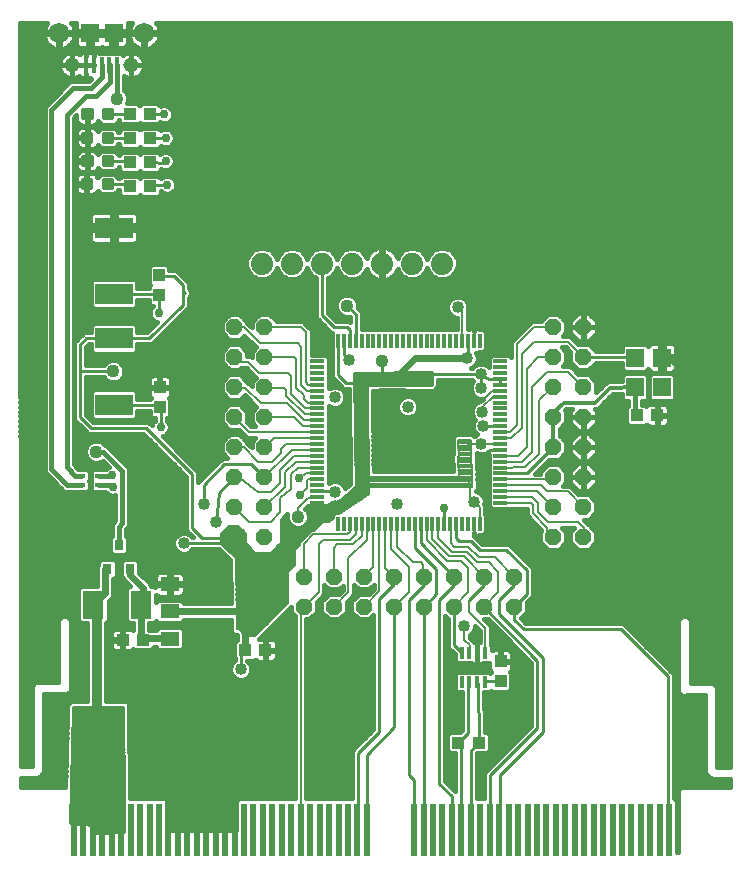
<source format=gtl>
G75*
%MOIN*%
%OFA0B0*%
%FSLAX25Y25*%
%IPPOS*%
%LPD*%
%AMOC8*
5,1,8,0,0,1.08239X$1,22.5*
%
%ADD10R,0.04331X0.03937*%
%ADD11C,0.01181*%
%ADD12R,0.05906X0.06299*%
%ADD13R,0.03937X0.04331*%
%ADD14R,0.04724X0.01181*%
%ADD15R,0.01181X0.04724*%
%ADD16R,0.12598X0.07087*%
%ADD17R,0.01772X0.03937*%
%ADD18R,0.05906X0.06102*%
%ADD19R,0.01575X0.05315*%
%ADD20C,0.05150*%
%ADD21C,0.06791*%
%ADD22R,0.02756X0.01772*%
%ADD23R,0.03100X0.03500*%
%ADD24R,0.07087X0.09449*%
%ADD25R,0.06299X0.04724*%
%ADD26R,0.06299X0.12992*%
%ADD27OC8,0.05600*%
%ADD28R,0.02362X0.17717*%
%ADD29C,0.07400*%
%ADD30C,0.04000*%
%ADD31C,0.00800*%
%ADD32C,0.01000*%
%ADD33C,0.01200*%
%ADD34C,0.01600*%
%ADD35C,0.04362*%
%ADD36C,0.02400*%
%ADD37C,0.03000*%
%ADD38C,0.03200*%
D10*
X0038672Y0077640D03*
X0045365Y0077640D03*
X0079546Y0074216D03*
X0086239Y0074216D03*
X0150565Y0043421D03*
X0157258Y0043421D03*
X0210116Y0152542D03*
X0216809Y0152542D03*
X0047673Y0228812D03*
X0040980Y0228812D03*
X0041064Y0236865D03*
X0047757Y0236865D03*
X0047750Y0244903D03*
X0041057Y0244903D03*
X0041026Y0252995D03*
X0047719Y0252995D03*
D11*
X0035182Y0254230D02*
X0035182Y0251474D01*
X0032426Y0251474D01*
X0032426Y0254230D01*
X0035182Y0254230D01*
X0035182Y0252654D02*
X0032426Y0252654D01*
X0032426Y0253834D02*
X0035182Y0253834D01*
X0028277Y0254230D02*
X0028277Y0251474D01*
X0025521Y0251474D01*
X0025521Y0254230D01*
X0028277Y0254230D01*
X0028277Y0252654D02*
X0025521Y0252654D01*
X0025521Y0253834D02*
X0028277Y0253834D01*
X0028206Y0246362D02*
X0028206Y0243606D01*
X0025450Y0243606D01*
X0025450Y0246362D01*
X0028206Y0246362D01*
X0028206Y0244786D02*
X0025450Y0244786D01*
X0025450Y0245966D02*
X0028206Y0245966D01*
X0035112Y0246362D02*
X0035112Y0243606D01*
X0032356Y0243606D01*
X0032356Y0246362D01*
X0035112Y0246362D01*
X0035112Y0244786D02*
X0032356Y0244786D01*
X0032356Y0245966D02*
X0035112Y0245966D01*
X0035185Y0238658D02*
X0035185Y0235902D01*
X0032429Y0235902D01*
X0032429Y0238658D01*
X0035185Y0238658D01*
X0035185Y0237082D02*
X0032429Y0237082D01*
X0032429Y0238262D02*
X0035185Y0238262D01*
X0028279Y0238658D02*
X0028279Y0235902D01*
X0025523Y0235902D01*
X0025523Y0238658D01*
X0028279Y0238658D01*
X0028279Y0237082D02*
X0025523Y0237082D01*
X0025523Y0238262D02*
X0028279Y0238262D01*
X0028106Y0231010D02*
X0028106Y0228254D01*
X0025350Y0228254D01*
X0025350Y0231010D01*
X0028106Y0231010D01*
X0028106Y0229434D02*
X0025350Y0229434D01*
X0025350Y0230614D02*
X0028106Y0230614D01*
X0035012Y0231010D02*
X0035012Y0228254D01*
X0032256Y0228254D01*
X0032256Y0231010D01*
X0035012Y0231010D01*
X0035012Y0229434D02*
X0032256Y0229434D01*
X0032256Y0230614D02*
X0035012Y0230614D01*
D12*
X0209376Y0171733D03*
X0218431Y0171733D03*
X0218431Y0161891D03*
X0209376Y0161891D03*
D13*
X0164629Y0070522D03*
X0164629Y0063829D03*
X0051062Y0155227D03*
X0051062Y0161920D03*
X0050747Y0192536D03*
X0050747Y0199229D03*
D14*
X0103531Y0170558D03*
X0103531Y0168590D03*
X0103531Y0166621D03*
X0103531Y0164653D03*
X0103531Y0162684D03*
X0103531Y0160716D03*
X0103531Y0158747D03*
X0103531Y0156779D03*
X0103531Y0154810D03*
X0103531Y0152842D03*
X0103531Y0150873D03*
X0103531Y0148905D03*
X0103531Y0146936D03*
X0103531Y0144968D03*
X0103531Y0142999D03*
X0103531Y0141031D03*
X0103531Y0139062D03*
X0103531Y0137094D03*
X0103531Y0135125D03*
X0103531Y0133157D03*
X0103531Y0131188D03*
X0103531Y0129220D03*
X0103531Y0127251D03*
X0103531Y0125283D03*
X0103531Y0123314D03*
X0164555Y0123314D03*
X0164555Y0125283D03*
X0164555Y0127251D03*
X0164555Y0129220D03*
X0164555Y0131188D03*
X0164555Y0133157D03*
X0164555Y0135125D03*
X0164555Y0137094D03*
X0164555Y0139062D03*
X0164555Y0141031D03*
X0164555Y0142999D03*
X0164555Y0144968D03*
X0164555Y0146936D03*
X0164555Y0148905D03*
X0164555Y0150873D03*
X0164555Y0152842D03*
X0164555Y0154810D03*
X0164555Y0156779D03*
X0164555Y0158747D03*
X0164555Y0160716D03*
X0164555Y0162684D03*
X0164555Y0164653D03*
X0164555Y0166621D03*
X0164555Y0168590D03*
X0164555Y0170558D03*
D15*
X0157665Y0177448D03*
X0155696Y0177448D03*
X0153728Y0177448D03*
X0151759Y0177448D03*
X0149791Y0177448D03*
X0147822Y0177448D03*
X0145854Y0177448D03*
X0143885Y0177448D03*
X0141917Y0177448D03*
X0139948Y0177448D03*
X0137980Y0177448D03*
X0136011Y0177448D03*
X0134043Y0177448D03*
X0132074Y0177448D03*
X0130106Y0177448D03*
X0128137Y0177448D03*
X0126169Y0177448D03*
X0124200Y0177448D03*
X0122232Y0177448D03*
X0120263Y0177448D03*
X0118295Y0177448D03*
X0116326Y0177448D03*
X0114358Y0177448D03*
X0112389Y0177448D03*
X0110421Y0177448D03*
X0110421Y0116424D03*
X0112389Y0116424D03*
X0114358Y0116424D03*
X0116326Y0116424D03*
X0118295Y0116424D03*
X0120263Y0116424D03*
X0122232Y0116424D03*
X0124200Y0116424D03*
X0126169Y0116424D03*
X0128137Y0116424D03*
X0130106Y0116424D03*
X0132074Y0116424D03*
X0134043Y0116424D03*
X0136011Y0116424D03*
X0137980Y0116424D03*
X0139948Y0116424D03*
X0141917Y0116424D03*
X0143885Y0116424D03*
X0145854Y0116424D03*
X0147822Y0116424D03*
X0149791Y0116424D03*
X0151759Y0116424D03*
X0153728Y0116424D03*
X0155696Y0116424D03*
X0157665Y0116424D03*
D16*
X0035787Y0156099D03*
X0035787Y0178146D03*
X0035787Y0193039D03*
X0035787Y0215087D03*
D17*
X0151666Y0073268D03*
X0154225Y0073268D03*
X0156784Y0073268D03*
X0159343Y0073268D03*
X0159343Y0063622D03*
X0156784Y0063622D03*
X0154225Y0063622D03*
X0151666Y0063622D03*
D18*
X0035594Y0279820D03*
X0027720Y0279820D03*
D19*
X0026539Y0269190D03*
X0029098Y0269190D03*
X0031657Y0269190D03*
X0034216Y0269190D03*
X0036775Y0269190D03*
D20*
X0041499Y0269190D03*
X0021814Y0269190D03*
D21*
X0017493Y0279820D03*
X0045820Y0279820D03*
D22*
X0030860Y0132344D03*
X0030860Y0129195D03*
X0024758Y0129195D03*
X0024758Y0132344D03*
D23*
X0037383Y0109244D03*
X0041183Y0101244D03*
X0033583Y0101244D03*
D24*
X0028911Y0089407D03*
X0044856Y0089407D03*
D25*
X0054329Y0087153D03*
X0054329Y0078098D03*
X0054329Y0096208D03*
D26*
X0079526Y0087153D03*
D27*
X0099043Y0088786D03*
X0109043Y0088786D03*
X0119043Y0088786D03*
X0129043Y0088786D03*
X0139043Y0088786D03*
X0149043Y0088786D03*
X0159043Y0088786D03*
X0169043Y0088786D03*
X0169043Y0098786D03*
X0159043Y0098786D03*
X0149043Y0098786D03*
X0139043Y0098786D03*
X0129043Y0098786D03*
X0119043Y0098786D03*
X0109043Y0098786D03*
X0099043Y0098786D03*
X0085893Y0111936D03*
X0085893Y0121936D03*
X0075893Y0121936D03*
X0075893Y0111936D03*
X0075893Y0131936D03*
X0075893Y0141936D03*
X0075893Y0151936D03*
X0075893Y0161936D03*
X0075893Y0171936D03*
X0075893Y0181936D03*
X0085893Y0181936D03*
X0085893Y0171936D03*
X0085893Y0161936D03*
X0085893Y0151936D03*
X0085893Y0141936D03*
X0085893Y0131936D03*
X0182192Y0131936D03*
X0182192Y0141936D03*
X0192192Y0141936D03*
X0192192Y0131936D03*
X0192192Y0121936D03*
X0182192Y0121936D03*
X0182192Y0111936D03*
X0192192Y0111936D03*
X0192192Y0151936D03*
X0182192Y0151936D03*
X0182192Y0161936D03*
X0192192Y0161936D03*
X0192192Y0171936D03*
X0182192Y0171936D03*
X0182192Y0181936D03*
X0192192Y0181936D03*
D28*
X0022408Y0014449D03*
X0025558Y0014449D03*
X0028707Y0014449D03*
X0031857Y0014449D03*
X0035007Y0014449D03*
X0038156Y0014449D03*
X0041306Y0014449D03*
X0044455Y0014449D03*
X0047605Y0014449D03*
X0050755Y0014449D03*
X0053904Y0014449D03*
X0057054Y0014449D03*
X0060203Y0014449D03*
X0063353Y0014449D03*
X0066503Y0014449D03*
X0069652Y0014449D03*
X0072802Y0014449D03*
X0075951Y0014449D03*
X0079101Y0014449D03*
X0082251Y0014449D03*
X0085400Y0014449D03*
X0088550Y0014449D03*
X0091699Y0014449D03*
X0094849Y0014449D03*
X0097999Y0014449D03*
X0101148Y0014449D03*
X0104298Y0014449D03*
X0107447Y0014449D03*
X0110597Y0014449D03*
X0113747Y0014449D03*
X0116896Y0014449D03*
X0120046Y0014449D03*
X0135794Y0014449D03*
X0138944Y0014449D03*
X0142093Y0014449D03*
X0145243Y0014449D03*
X0148392Y0014449D03*
X0151542Y0014449D03*
X0154692Y0014449D03*
X0157841Y0014449D03*
X0160991Y0014449D03*
X0164140Y0014449D03*
X0167290Y0014449D03*
X0170440Y0014449D03*
X0173589Y0014449D03*
X0176739Y0014449D03*
X0179888Y0014449D03*
X0183038Y0014449D03*
X0186188Y0014449D03*
X0189337Y0014449D03*
X0192487Y0014449D03*
X0195636Y0014449D03*
X0198786Y0014449D03*
X0201936Y0014449D03*
X0205085Y0014449D03*
X0208235Y0014449D03*
X0211384Y0014449D03*
X0214534Y0014449D03*
X0217684Y0014449D03*
X0220833Y0014449D03*
D29*
X0145100Y0203118D03*
X0135100Y0203118D03*
X0125100Y0203118D03*
X0115100Y0203118D03*
X0105100Y0203118D03*
X0095100Y0203118D03*
X0085100Y0203118D03*
D30*
X0114254Y0170956D03*
X0109395Y0158545D03*
X0133675Y0155310D03*
X0153185Y0157689D03*
X0158152Y0161515D03*
X0158180Y0166219D03*
X0153516Y0171478D03*
X0155682Y0188439D03*
X0150335Y0188545D03*
X0158479Y0153699D03*
X0158857Y0148891D03*
X0158241Y0143009D03*
X0155772Y0123775D03*
X0166711Y0116665D03*
X0152570Y0082412D03*
X0156330Y0079078D03*
X0171626Y0069127D03*
X0130185Y0123074D03*
X0109288Y0122333D03*
X0109476Y0127041D03*
X0069732Y0116844D03*
X0065679Y0123118D03*
X0058968Y0109814D03*
X0077991Y0067861D03*
X0110338Y0071563D03*
X0060537Y0154884D03*
D31*
X0075893Y0151936D02*
X0080893Y0146936D01*
X0103531Y0146936D01*
X0103531Y0144968D02*
X0088925Y0144968D01*
X0085893Y0141936D01*
X0083775Y0137097D02*
X0079019Y0141853D01*
X0075976Y0141853D01*
X0075893Y0141936D01*
X0083775Y0137097D02*
X0088409Y0137097D01*
X0091413Y0140101D01*
X0091413Y0141290D01*
X0093121Y0142999D01*
X0103531Y0142999D01*
X0103531Y0141031D02*
X0094988Y0141031D01*
X0085893Y0131936D01*
X0083905Y0126952D02*
X0081227Y0129082D01*
X0077581Y0132008D01*
X0075893Y0131936D01*
X0083905Y0126952D02*
X0088035Y0126952D01*
X0090980Y0129897D01*
X0091039Y0129897D01*
X0091102Y0129960D01*
X0091102Y0134279D01*
X0095885Y0139062D01*
X0103531Y0139062D01*
X0103531Y0137094D02*
X0096263Y0137094D01*
X0092747Y0133578D01*
X0092747Y0128790D01*
X0085893Y0121936D01*
X0088055Y0117038D02*
X0080791Y0117038D01*
X0075893Y0121936D01*
X0088055Y0117038D02*
X0091236Y0120220D01*
X0091236Y0124865D01*
X0094729Y0127809D01*
X0094729Y0132901D01*
X0096954Y0135125D01*
X0103531Y0135125D01*
X0103531Y0133157D02*
X0100238Y0133157D01*
X0097428Y0131705D01*
X0099935Y0130704D02*
X0100580Y0131188D01*
X0103531Y0131188D01*
X0099935Y0130704D02*
X0099935Y0128204D01*
X0097697Y0126047D01*
X0100529Y0125082D02*
X0097099Y0121652D01*
X0097099Y0118708D01*
X0102243Y0112798D02*
X0098988Y0109542D01*
X0098988Y0098842D01*
X0099043Y0098786D01*
X0103936Y0093680D02*
X0099043Y0088786D01*
X0097999Y0087742D01*
X0097999Y0014449D01*
X0154225Y0073268D02*
X0154295Y0073338D01*
X0154295Y0075820D01*
X0152555Y0077560D01*
X0152570Y0082412D01*
X0154173Y0086853D02*
X0159564Y0081462D01*
X0159564Y0073489D01*
X0159343Y0073268D01*
X0156784Y0073268D02*
X0156330Y0073723D01*
X0156330Y0079078D01*
X0154173Y0086853D02*
X0154173Y0091043D01*
X0153858Y0093601D02*
X0149043Y0088786D01*
X0153858Y0093601D02*
X0153858Y0101483D01*
X0151334Y0104007D01*
X0146901Y0104007D01*
X0139948Y0110960D01*
X0139948Y0116424D01*
X0141917Y0116424D02*
X0141917Y0111164D01*
X0147555Y0105527D01*
X0152303Y0105527D01*
X0159043Y0098786D01*
X0160680Y0103613D02*
X0156887Y0103613D01*
X0153411Y0107122D01*
X0148294Y0107122D01*
X0143885Y0111499D01*
X0143885Y0116424D01*
X0147822Y0116424D02*
X0147924Y0116322D01*
X0147924Y0109993D01*
X0149133Y0108784D01*
X0153888Y0108784D01*
X0157444Y0105227D01*
X0162602Y0105227D01*
X0169043Y0098786D01*
X0163897Y0100397D02*
X0163897Y0093641D01*
X0159043Y0088786D01*
X0163897Y0100397D02*
X0160680Y0103613D01*
X0157665Y0116424D02*
X0157665Y0121858D01*
X0155772Y0123752D01*
X0155772Y0123775D01*
X0154429Y0125117D01*
X0154406Y0125117D01*
X0154406Y0129791D01*
X0153608Y0130589D01*
X0155037Y0130460D02*
X0119225Y0130460D01*
X0119225Y0129662D02*
X0155056Y0129662D01*
X0155075Y0128863D02*
X0119225Y0128863D01*
X0119320Y0128489D02*
X0119225Y0128442D01*
X0119225Y0132004D01*
X0150667Y0132004D01*
X0150439Y0138830D01*
X0150610Y0138602D01*
X0150534Y0144410D01*
X0154705Y0144258D01*
X0155084Y0128489D01*
X0119320Y0128489D01*
X0119225Y0131259D02*
X0155017Y0131259D01*
X0154998Y0132057D02*
X0150665Y0132057D01*
X0150639Y0132856D02*
X0154979Y0132856D01*
X0154960Y0133654D02*
X0150612Y0133654D01*
X0150585Y0134453D02*
X0154941Y0134453D01*
X0154921Y0135251D02*
X0150559Y0135251D01*
X0150532Y0136050D02*
X0154902Y0136050D01*
X0154883Y0136848D02*
X0150505Y0136848D01*
X0150479Y0137647D02*
X0154864Y0137647D01*
X0154844Y0138445D02*
X0150452Y0138445D01*
X0150602Y0139244D02*
X0154825Y0139244D01*
X0154806Y0140042D02*
X0150591Y0140042D01*
X0150581Y0140841D02*
X0154787Y0140841D01*
X0154768Y0141639D02*
X0150571Y0141639D01*
X0150560Y0142438D02*
X0154748Y0142438D01*
X0154729Y0143236D02*
X0150550Y0143236D01*
X0150539Y0144035D02*
X0154710Y0144035D01*
X0153872Y0143028D02*
X0158222Y0143028D01*
X0158241Y0143009D01*
X0164506Y0143009D01*
X0164525Y0143028D01*
X0164555Y0142999D01*
X0164555Y0144968D02*
X0168141Y0144968D01*
X0171617Y0148443D01*
X0171617Y0173039D01*
X0175620Y0177042D01*
X0187086Y0177042D01*
X0192192Y0171936D01*
X0187072Y0167056D02*
X0179924Y0167056D01*
X0174984Y0162117D01*
X0174984Y0140296D01*
X0171810Y0137094D01*
X0164555Y0137094D01*
X0164555Y0139062D02*
X0170472Y0139062D01*
X0173345Y0141935D01*
X0173345Y0168061D01*
X0177220Y0171936D01*
X0182192Y0171936D01*
X0187072Y0167056D02*
X0192192Y0161936D01*
X0182192Y0161936D02*
X0177533Y0157508D01*
X0177302Y0139638D01*
X0172921Y0135257D01*
X0164555Y0135125D01*
X0164555Y0131188D02*
X0173027Y0131188D01*
X0181037Y0131183D01*
X0182106Y0132023D01*
X0182192Y0131936D01*
X0178106Y0129220D02*
X0180121Y0127204D01*
X0186925Y0127204D01*
X0192192Y0121936D01*
X0190511Y0116897D02*
X0192314Y0115094D01*
X0192314Y0112058D01*
X0192192Y0111936D01*
X0190511Y0116897D02*
X0180503Y0116897D01*
X0177074Y0120326D01*
X0177074Y0123212D01*
X0175003Y0125283D01*
X0164555Y0125283D01*
X0164555Y0127251D02*
X0176877Y0127251D01*
X0182192Y0121936D01*
X0175362Y0119873D02*
X0180141Y0115094D01*
X0180141Y0113987D01*
X0182192Y0111936D01*
X0175362Y0119873D02*
X0175362Y0122578D01*
X0174625Y0123314D01*
X0164555Y0123314D01*
X0164555Y0129220D02*
X0178106Y0129220D01*
X0167744Y0146946D02*
X0164565Y0146946D01*
X0164555Y0146936D01*
X0167744Y0146946D02*
X0169966Y0149169D01*
X0169966Y0176128D01*
X0175775Y0181936D01*
X0182192Y0181936D01*
X0181940Y0182188D01*
X0182078Y0182050D02*
X0182192Y0181936D01*
X0164555Y0160716D02*
X0161858Y0160743D01*
X0159089Y0157974D01*
X0153442Y0157947D01*
X0153185Y0157689D01*
X0158610Y0154532D02*
X0158479Y0153699D01*
X0158610Y0154532D02*
X0158763Y0155493D01*
X0162024Y0158753D01*
X0164555Y0158747D01*
X0151907Y0177596D02*
X0151907Y0186972D01*
X0150335Y0188545D01*
X0103531Y0162684D02*
X0100515Y0162684D01*
X0099740Y0163460D01*
X0099740Y0180180D01*
X0097988Y0181932D01*
X0085897Y0181932D01*
X0085893Y0181936D01*
X0084405Y0176546D02*
X0078956Y0181995D01*
X0075952Y0181995D01*
X0075893Y0181936D01*
X0075893Y0171936D02*
X0077547Y0170283D01*
X0080523Y0170283D01*
X0084090Y0166716D01*
X0093858Y0166716D01*
X0094830Y0165744D01*
X0094670Y0159695D01*
X0099555Y0154810D01*
X0103531Y0154810D01*
X0103531Y0152842D02*
X0099334Y0152842D01*
X0093129Y0159046D01*
X0093129Y0160830D01*
X0092259Y0161700D01*
X0086129Y0161700D01*
X0085893Y0161936D01*
X0084696Y0156483D02*
X0079480Y0161700D01*
X0076129Y0161700D01*
X0075893Y0161936D01*
X0084696Y0156483D02*
X0093389Y0156483D01*
X0098999Y0150873D01*
X0103531Y0150873D01*
X0103531Y0148905D02*
X0098763Y0148905D01*
X0095826Y0151842D01*
X0085988Y0151842D01*
X0085893Y0151936D01*
X0096547Y0161782D02*
X0099172Y0159157D01*
X0099172Y0157991D01*
X0100384Y0156779D01*
X0103531Y0156779D01*
X0103531Y0160716D02*
X0100169Y0160716D01*
X0098138Y0162609D01*
X0098138Y0175381D01*
X0097110Y0176546D01*
X0084405Y0176546D01*
X0085995Y0172038D02*
X0085893Y0171936D01*
X0085995Y0172038D02*
X0095795Y0172038D01*
X0096547Y0171286D01*
X0096547Y0161782D01*
X0100529Y0125082D02*
X0103330Y0125082D01*
X0103531Y0125283D01*
X0102243Y0112798D02*
X0113448Y0112798D01*
X0114358Y0113708D01*
X0114358Y0116424D01*
X0116326Y0116424D02*
X0116326Y0113798D01*
X0116348Y0113777D01*
X0116348Y0113071D01*
X0114386Y0111109D01*
X0105314Y0111109D01*
X0103936Y0109731D01*
X0103936Y0093680D01*
X0109043Y0088786D02*
X0113905Y0093649D01*
X0113905Y0104794D01*
X0120205Y0111094D01*
X0120205Y0113854D01*
X0120263Y0113912D01*
X0120263Y0116424D01*
X0118295Y0116424D02*
X0118295Y0114137D01*
X0118296Y0114135D01*
X0118296Y0113365D01*
X0118299Y0113362D01*
X0118299Y0112274D01*
X0115504Y0109479D01*
X0110192Y0109479D01*
X0109066Y0108353D01*
X0109066Y0098810D01*
X0109043Y0098786D01*
X0118988Y0098842D02*
X0119043Y0098786D01*
X0122232Y0101975D01*
X0122232Y0116424D01*
X0124200Y0116424D02*
X0124200Y0093944D01*
X0119043Y0088786D01*
X0129043Y0088786D02*
X0134035Y0093779D01*
X0134035Y0102094D01*
X0128137Y0107991D01*
X0128137Y0116424D01*
X0126169Y0116424D02*
X0126169Y0101660D01*
X0129043Y0098786D01*
X0135299Y0103531D02*
X0130106Y0108723D01*
X0130106Y0116424D01*
X0135299Y0103531D02*
X0138055Y0103531D01*
X0138803Y0102783D01*
X0138803Y0099027D01*
X0139043Y0098786D01*
D32*
X0139043Y0095915D01*
X0134029Y0090901D01*
X0134029Y0032716D01*
X0135669Y0031076D01*
X0135669Y0014574D01*
X0135794Y0014449D01*
X0138944Y0014449D02*
X0139043Y0014548D01*
X0139043Y0088786D01*
X0143115Y0092858D01*
X0143115Y0101134D01*
X0136011Y0108237D01*
X0136011Y0116424D01*
X0137980Y0116424D02*
X0137980Y0109849D01*
X0149043Y0098786D01*
X0149043Y0095853D01*
X0144145Y0090956D01*
X0144145Y0029789D01*
X0148296Y0025639D01*
X0148296Y0014546D01*
X0148392Y0014449D01*
X0151542Y0014449D02*
X0151542Y0042444D01*
X0150565Y0043421D01*
X0153874Y0046730D01*
X0153874Y0063271D01*
X0154225Y0063622D01*
X0156784Y0063622D02*
X0156982Y0063425D01*
X0156982Y0053639D01*
X0157258Y0053363D01*
X0157258Y0043421D01*
X0154692Y0040855D01*
X0154692Y0014449D01*
X0160991Y0014449D02*
X0161118Y0014576D01*
X0161118Y0032461D01*
X0176827Y0048170D01*
X0176827Y0070743D01*
X0159043Y0088527D01*
X0159043Y0088786D01*
X0154173Y0091043D02*
X0159043Y0095912D01*
X0159043Y0098786D01*
X0157724Y0107608D02*
X0166577Y0107608D01*
X0173273Y0100912D01*
X0173273Y0093017D01*
X0169043Y0088786D01*
X0169043Y0084396D01*
X0172298Y0081141D01*
X0204715Y0081141D01*
X0220273Y0065583D01*
X0220273Y0015009D01*
X0220833Y0014449D01*
X0178631Y0046995D02*
X0164283Y0032647D01*
X0164283Y0014592D01*
X0164140Y0014449D01*
X0178631Y0046995D02*
X0178631Y0071619D01*
X0164067Y0086184D01*
X0164067Y0090996D01*
X0169043Y0095972D01*
X0169043Y0098786D01*
X0157724Y0107608D02*
X0154680Y0110652D01*
X0150641Y0110652D01*
X0149791Y0111502D01*
X0149791Y0116424D01*
X0145854Y0116424D02*
X0145830Y0116424D01*
X0145830Y0121738D01*
X0155696Y0116424D02*
X0155696Y0112698D01*
X0155827Y0112567D01*
X0155827Y0112487D01*
X0157676Y0110638D01*
X0165615Y0117463D02*
X0159412Y0123667D01*
X0159587Y0139611D01*
X0161006Y0141031D01*
X0164555Y0141031D01*
X0164555Y0148905D02*
X0158870Y0148905D01*
X0158857Y0148891D01*
X0153185Y0157689D02*
X0153242Y0157746D01*
X0158152Y0161515D02*
X0158175Y0161951D01*
X0158180Y0166219D01*
X0136147Y0166219D01*
X0129780Y0165313D02*
X0129279Y0165814D01*
X0124984Y0165814D01*
X0125158Y0165988D01*
X0125158Y0170786D01*
X0117171Y0163500D02*
X0117003Y0163332D01*
X0113014Y0163332D01*
X0110340Y0166007D01*
X0110340Y0172880D01*
X0110421Y0177448D01*
X0112389Y0177448D02*
X0112389Y0172821D01*
X0114254Y0170956D01*
X0114358Y0177448D02*
X0114335Y0177470D01*
X0114335Y0180899D01*
X0113287Y0181948D01*
X0109045Y0181948D01*
X0105059Y0185934D01*
X0105059Y0203077D01*
X0105100Y0203118D01*
X0113405Y0189069D02*
X0116326Y0186148D01*
X0116326Y0177448D01*
X0141860Y0177505D02*
X0141917Y0177448D01*
X0143885Y0177448D02*
X0143905Y0177468D01*
X0151759Y0177448D02*
X0151907Y0177596D01*
X0153728Y0177448D02*
X0153728Y0171572D01*
X0153516Y0171478D01*
X0155696Y0177448D02*
X0155648Y0185689D01*
X0155682Y0188439D01*
X0158180Y0166219D02*
X0158411Y0166049D01*
X0158576Y0166098D01*
X0160780Y0164653D01*
X0164555Y0164653D01*
X0164555Y0162684D01*
X0182192Y0141936D02*
X0173413Y0133157D01*
X0164555Y0133157D01*
X0192192Y0151936D02*
X0197830Y0151936D01*
X0202283Y0147483D01*
X0215739Y0147554D01*
X0217085Y0148900D01*
X0217085Y0152266D01*
X0216809Y0152542D01*
X0209376Y0171733D02*
X0209102Y0172007D01*
X0192192Y0171936D01*
X0129043Y0098786D02*
X0129043Y0096128D01*
X0124227Y0091312D01*
X0124227Y0047068D01*
X0117059Y0039900D01*
X0117059Y0014611D01*
X0116896Y0014449D01*
X0119933Y0014562D02*
X0120046Y0014449D01*
X0119933Y0014562D02*
X0119933Y0039439D01*
X0129043Y0048548D01*
X0129043Y0088786D01*
X0149043Y0088786D02*
X0149043Y0075892D01*
X0151666Y0073268D01*
X0159252Y0073360D02*
X0159343Y0073268D01*
X0159611Y0063890D02*
X0159343Y0063622D01*
X0159611Y0063890D02*
X0164629Y0063829D01*
X0109476Y0127041D02*
X0108312Y0127251D01*
X0103531Y0127251D01*
X0103531Y0123314D02*
X0103442Y0123314D01*
X0103442Y0121091D01*
X0085893Y0131936D02*
X0081558Y0136271D01*
X0072574Y0136271D01*
X0065645Y0129342D01*
X0065679Y0123118D01*
X0070684Y0126727D02*
X0069732Y0116844D01*
X0065010Y0111610D02*
X0075567Y0111610D01*
X0075893Y0111936D01*
X0073771Y0109814D01*
X0058968Y0109814D01*
X0061759Y0114860D02*
X0065010Y0111610D01*
X0061759Y0114860D02*
X0061759Y0132941D01*
X0046394Y0148306D01*
X0027987Y0148306D01*
X0024375Y0151918D01*
X0024375Y0167485D01*
X0024677Y0167183D01*
X0035524Y0167183D01*
X0035787Y0178146D02*
X0026556Y0178146D01*
X0024375Y0175964D01*
X0024375Y0167485D01*
X0035787Y0178146D02*
X0047557Y0178146D01*
X0058753Y0189342D01*
X0058753Y0193973D01*
X0059501Y0193225D01*
X0058753Y0193973D02*
X0058753Y0195930D01*
X0055723Y0198961D01*
X0051016Y0198961D01*
X0050747Y0199229D01*
X0050747Y0193039D02*
X0050747Y0192536D01*
X0050718Y0192507D01*
X0050718Y0186569D01*
X0050747Y0193039D02*
X0035787Y0193039D01*
X0040980Y0228812D02*
X0040972Y0229632D01*
X0033634Y0229632D01*
X0033807Y0237280D02*
X0041062Y0237280D01*
X0041064Y0236865D01*
X0047757Y0236865D02*
X0052931Y0236783D01*
X0052975Y0237322D01*
X0053006Y0244963D02*
X0052929Y0245040D01*
X0047750Y0244903D01*
X0041057Y0244903D02*
X0041029Y0244984D01*
X0033734Y0244984D01*
X0033804Y0252852D02*
X0040993Y0252852D01*
X0041026Y0252995D01*
X0047719Y0252995D02*
X0052425Y0252857D01*
X0052458Y0252823D01*
X0053418Y0229389D02*
X0047923Y0229389D01*
X0047673Y0228812D01*
X0051062Y0156099D02*
X0035787Y0156099D01*
X0051062Y0156099D02*
X0051062Y0155227D01*
X0051363Y0154926D01*
X0051363Y0148516D01*
X0070684Y0126727D02*
X0075893Y0131936D01*
X0033583Y0101244D02*
X0032702Y0101244D01*
X0032688Y0101230D01*
X0028898Y0089421D02*
X0028911Y0089407D01*
X0053871Y0077640D02*
X0054329Y0078098D01*
X0038881Y0055439D02*
X0038973Y0023852D01*
X0038925Y0023804D01*
X0038925Y0013520D01*
X0029011Y0013213D01*
X0028877Y0013439D01*
X0028776Y0016051D01*
X0021169Y0016478D01*
X0022215Y0055249D01*
X0038881Y0055439D01*
X0038882Y0055224D02*
X0022215Y0055224D01*
X0022188Y0054226D02*
X0038885Y0054226D01*
X0038887Y0053227D02*
X0022161Y0053227D01*
X0022134Y0052228D02*
X0038890Y0052228D01*
X0038893Y0051230D02*
X0022107Y0051230D01*
X0022080Y0050231D02*
X0038896Y0050231D01*
X0038899Y0049233D02*
X0022053Y0049233D01*
X0022026Y0048234D02*
X0038902Y0048234D01*
X0038905Y0047236D02*
X0021999Y0047236D01*
X0021972Y0046237D02*
X0038908Y0046237D01*
X0038911Y0045239D02*
X0021945Y0045239D01*
X0021918Y0044240D02*
X0038914Y0044240D01*
X0038916Y0043242D02*
X0021891Y0043242D01*
X0021864Y0042243D02*
X0038919Y0042243D01*
X0038922Y0041245D02*
X0021837Y0041245D01*
X0021810Y0040246D02*
X0038925Y0040246D01*
X0038928Y0039248D02*
X0021783Y0039248D01*
X0021756Y0038249D02*
X0038931Y0038249D01*
X0038934Y0037251D02*
X0021729Y0037251D01*
X0021702Y0036252D02*
X0038937Y0036252D01*
X0038940Y0035254D02*
X0021676Y0035254D01*
X0021649Y0034255D02*
X0038943Y0034255D01*
X0038945Y0033257D02*
X0021622Y0033257D01*
X0021595Y0032258D02*
X0038948Y0032258D01*
X0038951Y0031260D02*
X0021568Y0031260D01*
X0021541Y0030261D02*
X0038954Y0030261D01*
X0038957Y0029263D02*
X0021514Y0029263D01*
X0021487Y0028264D02*
X0038960Y0028264D01*
X0038963Y0027266D02*
X0021460Y0027266D01*
X0021433Y0026267D02*
X0038966Y0026267D01*
X0038969Y0025269D02*
X0021406Y0025269D01*
X0021379Y0024270D02*
X0038972Y0024270D01*
X0038925Y0023272D02*
X0021352Y0023272D01*
X0021325Y0022273D02*
X0038925Y0022273D01*
X0038925Y0021275D02*
X0021298Y0021275D01*
X0021271Y0020276D02*
X0038925Y0020276D01*
X0038925Y0019278D02*
X0021244Y0019278D01*
X0021217Y0018279D02*
X0038925Y0018279D01*
X0038925Y0017281D02*
X0021190Y0017281D01*
X0024662Y0016282D02*
X0038925Y0016282D01*
X0038925Y0015284D02*
X0028806Y0015284D01*
X0028845Y0014285D02*
X0038925Y0014285D01*
X0031378Y0013287D02*
X0028967Y0013287D01*
X0053136Y0014245D02*
X0053136Y0023804D01*
X0052661Y0024279D01*
X0052661Y0038761D01*
X0077761Y0038574D01*
X0077761Y0024507D01*
X0077423Y0024507D01*
X0076720Y0023804D01*
X0076720Y0013942D01*
X0054097Y0014420D01*
X0053136Y0014245D01*
X0053136Y0014285D02*
X0053358Y0014285D01*
X0053136Y0015284D02*
X0076720Y0015284D01*
X0076720Y0016282D02*
X0053136Y0016282D01*
X0053136Y0017281D02*
X0076720Y0017281D01*
X0076720Y0018279D02*
X0053136Y0018279D01*
X0053136Y0019278D02*
X0076720Y0019278D01*
X0076720Y0020276D02*
X0053136Y0020276D01*
X0053136Y0021275D02*
X0076720Y0021275D01*
X0076720Y0022273D02*
X0053136Y0022273D01*
X0053136Y0023272D02*
X0076720Y0023272D01*
X0077186Y0024270D02*
X0052670Y0024270D01*
X0052661Y0025269D02*
X0077761Y0025269D01*
X0077761Y0026267D02*
X0052661Y0026267D01*
X0052661Y0027266D02*
X0077761Y0027266D01*
X0077761Y0028264D02*
X0052661Y0028264D01*
X0052661Y0029263D02*
X0077761Y0029263D01*
X0077761Y0030261D02*
X0052661Y0030261D01*
X0052661Y0031260D02*
X0077761Y0031260D01*
X0077761Y0032258D02*
X0052661Y0032258D01*
X0052661Y0033257D02*
X0077761Y0033257D01*
X0077761Y0034255D02*
X0052661Y0034255D01*
X0052661Y0035254D02*
X0077761Y0035254D01*
X0077761Y0036252D02*
X0052661Y0036252D01*
X0052661Y0037251D02*
X0077761Y0037251D01*
X0077761Y0038249D02*
X0052661Y0038249D01*
X0056482Y0014976D02*
X0056482Y0014423D01*
X0056828Y0014078D01*
X0056796Y0014433D02*
X0057096Y0014433D01*
X0057163Y0014500D01*
X0056863Y0014500D01*
X0056696Y0014666D01*
X0056812Y0014449D02*
X0056796Y0014433D01*
X0057144Y0014520D02*
X0057144Y0014539D01*
X0057522Y0014539D01*
X0060113Y0014539D01*
X0060113Y0014395D01*
X0057144Y0014520D01*
X0057173Y0014285D02*
X0056482Y0014976D01*
X0057173Y0014285D02*
X0060074Y0014285D01*
X0060973Y0015183D01*
X0060976Y0014358D02*
X0060294Y0014387D01*
X0060294Y0014539D01*
X0063262Y0014539D01*
X0063262Y0014358D01*
X0062884Y0014358D01*
X0060976Y0014358D01*
X0060466Y0014285D02*
X0076720Y0014285D01*
X0066412Y0014517D02*
X0066253Y0014358D01*
X0063444Y0014358D01*
X0063444Y0014539D01*
X0066034Y0014539D01*
X0066412Y0014539D01*
X0066412Y0014517D01*
X0063969Y0014449D02*
X0063528Y0014009D01*
X0063183Y0014009D01*
X0062976Y0014216D01*
X0063107Y0014216D01*
X0063291Y0014400D01*
X0058340Y0014477D02*
X0058312Y0014449D01*
X0077991Y0067861D02*
X0077991Y0072661D01*
X0079546Y0074216D01*
D33*
X0182192Y0141936D02*
X0182192Y0151936D01*
X0182192Y0153346D01*
X0185633Y0156786D01*
X0196062Y0156786D01*
X0201062Y0161786D01*
X0209342Y0161857D01*
X0209376Y0161891D01*
X0216809Y0152542D02*
X0216892Y0152459D01*
X0219967Y0152459D01*
X0223251Y0155743D01*
X0223251Y0169054D01*
X0220571Y0171733D01*
X0218431Y0171733D01*
D34*
X0219107Y0171351D02*
X0240989Y0171351D01*
X0240989Y0169753D02*
X0223184Y0169753D01*
X0223184Y0171057D02*
X0219107Y0171057D01*
X0219107Y0172409D01*
X0223184Y0172409D01*
X0223184Y0175120D01*
X0223061Y0175577D01*
X0222824Y0175988D01*
X0222489Y0176323D01*
X0222078Y0176560D01*
X0221621Y0176683D01*
X0219107Y0176683D01*
X0219107Y0172409D01*
X0217754Y0172409D01*
X0217754Y0176683D01*
X0215241Y0176683D01*
X0214783Y0176560D01*
X0214373Y0176323D01*
X0214038Y0175988D01*
X0213801Y0175577D01*
X0213791Y0175541D01*
X0212950Y0176383D01*
X0205802Y0176383D01*
X0204923Y0175504D01*
X0204923Y0173989D01*
X0196256Y0173953D01*
X0193973Y0176236D01*
X0190579Y0176236D01*
X0187873Y0178942D01*
X0185280Y0178942D01*
X0186492Y0180155D01*
X0186492Y0183717D01*
X0183973Y0186236D01*
X0180411Y0186236D01*
X0178011Y0183836D01*
X0174988Y0183836D01*
X0168066Y0176915D01*
X0168066Y0172120D01*
X0167538Y0172649D01*
X0161571Y0172649D01*
X0160692Y0171770D01*
X0160692Y0168657D01*
X0160163Y0169187D01*
X0158876Y0169719D01*
X0157484Y0169719D01*
X0156198Y0169187D01*
X0155230Y0168219D01*
X0154795Y0168219D01*
X0155499Y0168511D01*
X0156483Y0169495D01*
X0157016Y0170782D01*
X0157016Y0172174D01*
X0156553Y0173293D01*
X0156982Y0173408D01*
X0157289Y0173586D01*
X0158877Y0173586D01*
X0159755Y0174464D01*
X0159755Y0180431D01*
X0158877Y0181310D01*
X0157289Y0181310D01*
X0156982Y0181487D01*
X0156524Y0181610D01*
X0155696Y0181610D01*
X0154869Y0181610D01*
X0154411Y0181487D01*
X0154104Y0181310D01*
X0153807Y0181310D01*
X0153807Y0187759D01*
X0153800Y0187766D01*
X0153835Y0187849D01*
X0153835Y0189241D01*
X0153302Y0190527D01*
X0152317Y0191512D01*
X0151031Y0192045D01*
X0149638Y0192045D01*
X0148352Y0191512D01*
X0147367Y0190527D01*
X0146835Y0189241D01*
X0146835Y0187849D01*
X0147367Y0186562D01*
X0148352Y0185578D01*
X0149638Y0185045D01*
X0150007Y0185045D01*
X0150007Y0181310D01*
X0118326Y0181310D01*
X0118326Y0186976D01*
X0117051Y0188251D01*
X0117086Y0188337D01*
X0117086Y0189801D01*
X0116526Y0191154D01*
X0115490Y0192189D01*
X0114138Y0192750D01*
X0112673Y0192750D01*
X0111320Y0192189D01*
X0110285Y0191154D01*
X0109724Y0189801D01*
X0109724Y0188337D01*
X0110285Y0186984D01*
X0111320Y0185948D01*
X0112673Y0185388D01*
X0114138Y0185388D01*
X0114223Y0185423D01*
X0114326Y0185319D01*
X0114326Y0183737D01*
X0114115Y0183948D01*
X0109874Y0183948D01*
X0107059Y0186763D01*
X0107059Y0198301D01*
X0108046Y0198709D01*
X0109508Y0200172D01*
X0110100Y0201601D01*
X0110692Y0200172D01*
X0112154Y0198709D01*
X0114066Y0197918D01*
X0116134Y0197918D01*
X0118046Y0198709D01*
X0119508Y0200172D01*
X0119937Y0201208D01*
X0120003Y0201007D01*
X0120396Y0200235D01*
X0120905Y0199535D01*
X0121517Y0198923D01*
X0122217Y0198414D01*
X0122989Y0198021D01*
X0123812Y0197753D01*
X0124667Y0197618D01*
X0124900Y0197618D01*
X0124900Y0202918D01*
X0125300Y0202918D01*
X0125300Y0197618D01*
X0125533Y0197618D01*
X0126388Y0197753D01*
X0127211Y0198021D01*
X0127983Y0198414D01*
X0128683Y0198923D01*
X0129295Y0199535D01*
X0129804Y0200235D01*
X0130197Y0201007D01*
X0130263Y0201208D01*
X0130692Y0200172D01*
X0132154Y0198709D01*
X0134066Y0197918D01*
X0136134Y0197918D01*
X0138046Y0198709D01*
X0139508Y0200172D01*
X0140100Y0201601D01*
X0140692Y0200172D01*
X0142154Y0198709D01*
X0144066Y0197918D01*
X0146134Y0197918D01*
X0148046Y0198709D01*
X0149508Y0200172D01*
X0150300Y0202083D01*
X0150300Y0204152D01*
X0149508Y0206063D01*
X0148046Y0207526D01*
X0146134Y0208318D01*
X0144066Y0208318D01*
X0142154Y0207526D01*
X0140692Y0206063D01*
X0140100Y0204635D01*
X0139508Y0206063D01*
X0138046Y0207526D01*
X0136134Y0208318D01*
X0134066Y0208318D01*
X0132154Y0207526D01*
X0130692Y0206063D01*
X0130263Y0205027D01*
X0130197Y0205229D01*
X0129804Y0206000D01*
X0129295Y0206701D01*
X0128683Y0207313D01*
X0127983Y0207822D01*
X0127211Y0208215D01*
X0126388Y0208482D01*
X0125533Y0208618D01*
X0125300Y0208618D01*
X0125300Y0203318D01*
X0124900Y0203318D01*
X0124900Y0208618D01*
X0124667Y0208618D01*
X0123812Y0208482D01*
X0122989Y0208215D01*
X0122217Y0207822D01*
X0121517Y0207313D01*
X0120905Y0206701D01*
X0120396Y0206000D01*
X0120003Y0205229D01*
X0119937Y0205027D01*
X0119508Y0206063D01*
X0118046Y0207526D01*
X0116134Y0208318D01*
X0114066Y0208318D01*
X0112154Y0207526D01*
X0110692Y0206063D01*
X0110100Y0204635D01*
X0109508Y0206063D01*
X0108046Y0207526D01*
X0106134Y0208318D01*
X0104066Y0208318D01*
X0102154Y0207526D01*
X0100692Y0206063D01*
X0100100Y0204635D01*
X0099508Y0206063D01*
X0098046Y0207526D01*
X0096134Y0208318D01*
X0094066Y0208318D01*
X0092154Y0207526D01*
X0090692Y0206063D01*
X0090100Y0204635D01*
X0089508Y0206063D01*
X0088046Y0207526D01*
X0086134Y0208318D01*
X0084066Y0208318D01*
X0082154Y0207526D01*
X0080692Y0206063D01*
X0079900Y0204152D01*
X0079900Y0202083D01*
X0080692Y0200172D01*
X0082154Y0198709D01*
X0084066Y0197918D01*
X0086134Y0197918D01*
X0088046Y0198709D01*
X0089508Y0200172D01*
X0090100Y0201601D01*
X0090692Y0200172D01*
X0092154Y0198709D01*
X0094066Y0197918D01*
X0096134Y0197918D01*
X0098046Y0198709D01*
X0099508Y0200172D01*
X0100100Y0201601D01*
X0100692Y0200172D01*
X0102154Y0198709D01*
X0103059Y0198335D01*
X0103059Y0185106D01*
X0107045Y0181119D01*
X0108217Y0179948D01*
X0108330Y0179948D01*
X0108330Y0174464D01*
X0108367Y0174428D01*
X0108354Y0173723D01*
X0108340Y0173708D01*
X0108340Y0172898D01*
X0108325Y0172087D01*
X0108340Y0172072D01*
X0108340Y0165178D01*
X0111014Y0162503D01*
X0112186Y0161332D01*
X0113934Y0161332D01*
X0114370Y0129623D01*
X0112744Y0128296D01*
X0112443Y0129024D01*
X0111458Y0130008D01*
X0110172Y0130541D01*
X0108779Y0130541D01*
X0107493Y0130008D01*
X0107393Y0129909D01*
X0107393Y0155598D01*
X0107413Y0155578D01*
X0108699Y0155045D01*
X0110092Y0155045D01*
X0111378Y0155578D01*
X0112363Y0156563D01*
X0112895Y0157849D01*
X0112895Y0159242D01*
X0112363Y0160528D01*
X0111378Y0161513D01*
X0110092Y0162045D01*
X0108699Y0162045D01*
X0107413Y0161513D01*
X0107393Y0161493D01*
X0107393Y0171770D01*
X0106514Y0172649D01*
X0101640Y0172649D01*
X0101640Y0180967D01*
X0099888Y0182719D01*
X0098775Y0183832D01*
X0090078Y0183832D01*
X0087674Y0186236D01*
X0084112Y0186236D01*
X0081593Y0183717D01*
X0081593Y0182045D01*
X0080856Y0182782D01*
X0080193Y0183445D01*
X0080193Y0183717D01*
X0077674Y0186236D01*
X0074112Y0186236D01*
X0071593Y0183717D01*
X0071593Y0180155D01*
X0074112Y0177636D01*
X0077674Y0177636D01*
X0079151Y0179113D01*
X0083070Y0175194D01*
X0081593Y0173717D01*
X0081593Y0171899D01*
X0081310Y0172183D01*
X0080193Y0172183D01*
X0080193Y0173717D01*
X0077674Y0176236D01*
X0074112Y0176236D01*
X0071593Y0173717D01*
X0071593Y0170155D01*
X0074112Y0167636D01*
X0077674Y0167636D01*
X0078421Y0168383D01*
X0079736Y0168383D01*
X0082997Y0165121D01*
X0081593Y0163717D01*
X0081593Y0162273D01*
X0081380Y0162487D01*
X0080267Y0163600D01*
X0080193Y0163600D01*
X0080193Y0163717D01*
X0077674Y0166236D01*
X0074112Y0166236D01*
X0071593Y0163717D01*
X0071593Y0160155D01*
X0074112Y0157636D01*
X0077674Y0157636D01*
X0079265Y0159227D01*
X0083184Y0155308D01*
X0081593Y0153717D01*
X0081593Y0150155D01*
X0082912Y0148836D01*
X0081680Y0148836D01*
X0080193Y0150323D01*
X0080193Y0153717D01*
X0077674Y0156236D01*
X0074112Y0156236D01*
X0071593Y0153717D01*
X0071593Y0150155D01*
X0074112Y0147636D01*
X0077506Y0147636D01*
X0080106Y0145036D01*
X0082912Y0145036D01*
X0081593Y0143717D01*
X0081593Y0141966D01*
X0080919Y0142640D01*
X0080193Y0143366D01*
X0080193Y0143717D01*
X0077674Y0146236D01*
X0074112Y0146236D01*
X0071593Y0143717D01*
X0071593Y0140155D01*
X0073477Y0138271D01*
X0071746Y0138271D01*
X0070574Y0137099D01*
X0064812Y0131337D01*
X0064806Y0131337D01*
X0064227Y0130752D01*
X0063759Y0130284D01*
X0063759Y0133769D01*
X0062588Y0134941D01*
X0051997Y0145531D01*
X0053062Y0145973D01*
X0053906Y0146817D01*
X0054363Y0147919D01*
X0054363Y0149113D01*
X0053906Y0150215D01*
X0053363Y0150759D01*
X0053363Y0151562D01*
X0053652Y0151562D01*
X0054531Y0152440D01*
X0054531Y0158014D01*
X0054183Y0158361D01*
X0054471Y0158649D01*
X0054708Y0159060D01*
X0054831Y0159518D01*
X0054831Y0161736D01*
X0051247Y0161736D01*
X0051247Y0162104D01*
X0054831Y0162104D01*
X0054831Y0164322D01*
X0054708Y0164780D01*
X0054471Y0165190D01*
X0054136Y0165526D01*
X0053726Y0165763D01*
X0053268Y0165885D01*
X0051247Y0165885D01*
X0051247Y0162104D01*
X0050878Y0162104D01*
X0050878Y0161736D01*
X0047294Y0161736D01*
X0047294Y0159518D01*
X0047417Y0159060D01*
X0047654Y0158649D01*
X0047942Y0158361D01*
X0047679Y0158099D01*
X0043586Y0158099D01*
X0043586Y0160263D01*
X0042707Y0161142D01*
X0028866Y0161142D01*
X0027988Y0160263D01*
X0027988Y0151934D01*
X0028866Y0151055D01*
X0042707Y0151055D01*
X0043586Y0151934D01*
X0043586Y0154099D01*
X0047594Y0154099D01*
X0047594Y0152440D01*
X0048473Y0151562D01*
X0049363Y0151562D01*
X0049363Y0150759D01*
X0048820Y0150215D01*
X0048378Y0149150D01*
X0047222Y0150306D01*
X0028815Y0150306D01*
X0026375Y0152747D01*
X0026375Y0165183D01*
X0032368Y0165183D01*
X0032404Y0165098D01*
X0033439Y0164063D01*
X0034792Y0163502D01*
X0036257Y0163502D01*
X0037609Y0164063D01*
X0038645Y0165098D01*
X0039205Y0166451D01*
X0039205Y0167916D01*
X0038645Y0169268D01*
X0037609Y0170304D01*
X0036257Y0170864D01*
X0034792Y0170864D01*
X0033439Y0170304D01*
X0032404Y0169268D01*
X0032368Y0169183D01*
X0026375Y0169183D01*
X0026375Y0175136D01*
X0027385Y0176146D01*
X0027988Y0176146D01*
X0027988Y0173981D01*
X0028866Y0173103D01*
X0042707Y0173103D01*
X0043586Y0173981D01*
X0043586Y0176146D01*
X0048386Y0176146D01*
X0059582Y0187342D01*
X0060753Y0188514D01*
X0060753Y0191649D01*
X0061501Y0192397D01*
X0061501Y0194054D01*
X0060753Y0194801D01*
X0060753Y0196759D01*
X0057723Y0199789D01*
X0056551Y0200961D01*
X0054216Y0200961D01*
X0054216Y0202016D01*
X0053337Y0202895D01*
X0048158Y0202895D01*
X0047279Y0202016D01*
X0047279Y0196442D01*
X0047839Y0195883D01*
X0047279Y0195323D01*
X0047279Y0195039D01*
X0043586Y0195039D01*
X0043586Y0197204D01*
X0042707Y0198083D01*
X0028866Y0198083D01*
X0027988Y0197204D01*
X0027988Y0188875D01*
X0028866Y0187996D01*
X0042707Y0187996D01*
X0043586Y0188875D01*
X0043586Y0191039D01*
X0047279Y0191039D01*
X0047279Y0189750D01*
X0048158Y0188871D01*
X0048718Y0188871D01*
X0048718Y0188811D01*
X0048174Y0188268D01*
X0047718Y0187166D01*
X0047718Y0185972D01*
X0048174Y0184869D01*
X0049018Y0184026D01*
X0050121Y0183569D01*
X0050152Y0183569D01*
X0046729Y0180146D01*
X0043586Y0180146D01*
X0043586Y0182311D01*
X0042707Y0183189D01*
X0028866Y0183189D01*
X0027988Y0182311D01*
X0027988Y0180146D01*
X0025728Y0180146D01*
X0023546Y0177964D01*
X0022375Y0176793D01*
X0022375Y0151090D01*
X0025987Y0147478D01*
X0027158Y0146306D01*
X0045565Y0146306D01*
X0059759Y0132112D01*
X0059759Y0114032D01*
X0061977Y0111814D01*
X0061918Y0111814D01*
X0060950Y0112781D01*
X0059664Y0113314D01*
X0058272Y0113314D01*
X0056985Y0112781D01*
X0056001Y0111797D01*
X0055468Y0110510D01*
X0055468Y0109118D01*
X0056001Y0107831D01*
X0056985Y0106847D01*
X0058272Y0106314D01*
X0059664Y0106314D01*
X0060950Y0106847D01*
X0061918Y0107814D01*
X0070717Y0107814D01*
X0074346Y0104184D01*
X0074631Y0089853D01*
X0058979Y0089853D01*
X0058979Y0090137D01*
X0058100Y0091016D01*
X0050559Y0091016D01*
X0049899Y0090356D01*
X0049899Y0092581D01*
X0050075Y0092406D01*
X0050485Y0092169D01*
X0050943Y0092046D01*
X0053948Y0092046D01*
X0053948Y0095827D01*
X0049380Y0095827D01*
X0049380Y0095272D01*
X0049021Y0095632D01*
X0048165Y0095632D01*
X0047777Y0096570D01*
X0047017Y0097329D01*
X0044233Y0100114D01*
X0044233Y0103615D01*
X0043354Y0104494D01*
X0039012Y0104494D01*
X0038133Y0103615D01*
X0038133Y0098873D01*
X0038685Y0098321D01*
X0038894Y0097816D01*
X0041078Y0095632D01*
X0040691Y0095632D01*
X0039813Y0094753D01*
X0039813Y0084062D01*
X0040691Y0083183D01*
X0042156Y0083183D01*
X0042156Y0080835D01*
X0041943Y0081049D01*
X0041532Y0081285D01*
X0041074Y0081408D01*
X0038856Y0081408D01*
X0038856Y0077824D01*
X0038488Y0077824D01*
X0038488Y0081408D01*
X0036270Y0081408D01*
X0035812Y0081285D01*
X0035401Y0081049D01*
X0035066Y0080713D01*
X0034829Y0080303D01*
X0034707Y0079845D01*
X0034707Y0077824D01*
X0038488Y0077824D01*
X0038488Y0077455D01*
X0038856Y0077455D01*
X0038856Y0073871D01*
X0041074Y0073871D01*
X0041532Y0073994D01*
X0041943Y0074231D01*
X0042231Y0074519D01*
X0042578Y0074171D01*
X0048152Y0074171D01*
X0049030Y0075050D01*
X0049030Y0075449D01*
X0049680Y0075449D01*
X0049680Y0075115D01*
X0050559Y0074236D01*
X0058100Y0074236D01*
X0058979Y0075115D01*
X0058979Y0081082D01*
X0058100Y0081960D01*
X0050559Y0081960D01*
X0049680Y0081082D01*
X0049680Y0080849D01*
X0048411Y0080849D01*
X0048152Y0081108D01*
X0047556Y0081108D01*
X0047556Y0083183D01*
X0049021Y0083183D01*
X0049844Y0084006D01*
X0050559Y0083291D01*
X0058100Y0083291D01*
X0058979Y0084170D01*
X0058979Y0084453D01*
X0074688Y0084453D01*
X0074688Y0081204D01*
X0074877Y0081015D01*
X0074877Y0080036D01*
X0075755Y0079157D01*
X0076735Y0079157D01*
X0076826Y0079066D01*
X0076826Y0077685D01*
X0076760Y0077685D01*
X0075881Y0076806D01*
X0075881Y0071626D01*
X0075991Y0071516D01*
X0075991Y0070811D01*
X0075024Y0069844D01*
X0074491Y0068557D01*
X0074491Y0067165D01*
X0075024Y0065879D01*
X0076009Y0064894D01*
X0077295Y0064361D01*
X0078688Y0064361D01*
X0079974Y0064894D01*
X0080959Y0065879D01*
X0081491Y0067165D01*
X0081491Y0068557D01*
X0080959Y0069844D01*
X0080055Y0070748D01*
X0082333Y0070748D01*
X0082681Y0071095D01*
X0082969Y0070807D01*
X0083379Y0070570D01*
X0083837Y0070448D01*
X0086055Y0070448D01*
X0086055Y0074032D01*
X0086423Y0074032D01*
X0086423Y0070448D01*
X0088641Y0070448D01*
X0089099Y0070570D01*
X0089510Y0070807D01*
X0089845Y0071142D01*
X0090082Y0071553D01*
X0090204Y0072011D01*
X0090204Y0074032D01*
X0086423Y0074032D01*
X0086423Y0074400D01*
X0090204Y0074400D01*
X0090204Y0076422D01*
X0090082Y0076879D01*
X0089845Y0077290D01*
X0089510Y0077625D01*
X0089099Y0077862D01*
X0088641Y0077985D01*
X0086423Y0077985D01*
X0086423Y0074401D01*
X0086055Y0074401D01*
X0086055Y0077985D01*
X0084094Y0077985D01*
X0084698Y0078589D01*
X0094079Y0087970D01*
X0094079Y0087970D01*
X0094743Y0088634D01*
X0094743Y0087005D01*
X0096099Y0085649D01*
X0096099Y0024807D01*
X0078134Y0024807D01*
X0077827Y0024984D01*
X0077369Y0025107D01*
X0075951Y0025107D01*
X0074533Y0025107D01*
X0074377Y0025065D01*
X0074220Y0025107D01*
X0072802Y0025107D01*
X0072802Y0014449D01*
X0075951Y0014449D01*
X0075951Y0014449D01*
X0075951Y0025107D01*
X0075951Y0014449D01*
X0075951Y0014449D01*
X0072970Y0014449D01*
X0072802Y0014449D01*
X0072802Y0014449D01*
X0072802Y0014449D01*
X0072802Y0025107D01*
X0071384Y0025107D01*
X0071227Y0025065D01*
X0071070Y0025107D01*
X0069652Y0025107D01*
X0068234Y0025107D01*
X0068077Y0025065D01*
X0067921Y0025107D01*
X0066503Y0025107D01*
X0066503Y0014449D01*
X0069652Y0014449D01*
X0069652Y0025107D01*
X0069652Y0014449D01*
X0069652Y0014449D01*
X0069652Y0014449D01*
X0066671Y0014449D01*
X0066503Y0014449D01*
X0066503Y0014449D01*
X0066503Y0014449D01*
X0066503Y0025107D01*
X0065085Y0025107D01*
X0064928Y0025065D01*
X0064771Y0025107D01*
X0063353Y0025107D01*
X0063353Y0014449D01*
X0063353Y0014449D01*
X0063353Y0025107D01*
X0061935Y0025107D01*
X0061778Y0025065D01*
X0061621Y0025107D01*
X0060203Y0025107D01*
X0058785Y0025107D01*
X0058629Y0025065D01*
X0058472Y0025107D01*
X0057054Y0025107D01*
X0057054Y0014449D01*
X0057222Y0014449D01*
X0060203Y0014449D01*
X0060203Y0014449D01*
X0060203Y0025107D01*
X0060203Y0014449D01*
X0060203Y0014449D01*
X0057054Y0014449D01*
X0057054Y0014449D01*
X0057054Y0014449D01*
X0057054Y0025107D01*
X0055636Y0025107D01*
X0055479Y0025065D01*
X0055322Y0025107D01*
X0053904Y0025107D01*
X0052486Y0025107D01*
X0052028Y0024984D01*
X0051721Y0024807D01*
X0040970Y0024807D01*
X0040883Y0054627D01*
X0040890Y0054634D01*
X0040881Y0055453D01*
X0040879Y0056274D01*
X0040872Y0056281D01*
X0040871Y0056290D01*
X0040285Y0056864D01*
X0039704Y0057442D01*
X0039694Y0057442D01*
X0039687Y0057449D01*
X0038866Y0057439D01*
X0038047Y0057437D01*
X0038040Y0057430D01*
X0033090Y0057373D01*
X0033090Y0083197D01*
X0033954Y0084062D01*
X0033954Y0090632D01*
X0034977Y0091655D01*
X0035388Y0092647D01*
X0035388Y0097994D01*
X0035754Y0097994D01*
X0036633Y0098873D01*
X0036633Y0103615D01*
X0035754Y0104494D01*
X0031412Y0104494D01*
X0030533Y0103615D01*
X0030533Y0102893D01*
X0030399Y0102759D01*
X0029988Y0101767D01*
X0029988Y0095632D01*
X0024746Y0095632D01*
X0023868Y0094753D01*
X0023868Y0084062D01*
X0024746Y0083183D01*
X0026890Y0083183D01*
X0026890Y0057303D01*
X0022231Y0057250D01*
X0021441Y0057271D01*
X0021409Y0057240D01*
X0021364Y0057240D01*
X0020812Y0056675D01*
X0020238Y0056131D01*
X0020237Y0056087D01*
X0020206Y0056055D01*
X0020215Y0055265D01*
X0019499Y0028743D01*
X0004654Y0028743D01*
X0004652Y0031493D01*
X0010265Y0031493D01*
X0010511Y0031740D01*
X0011584Y0032359D01*
X0011584Y0032359D01*
X0012450Y0033859D01*
X0012450Y0059525D01*
X0020108Y0059525D01*
X0021308Y0060726D01*
X0021308Y0084589D01*
X0020108Y0085790D01*
X0018409Y0085790D01*
X0017209Y0084589D01*
X0017209Y0063625D01*
X0009551Y0063625D01*
X0008350Y0062424D01*
X0008350Y0035593D01*
X0004650Y0035593D01*
X0004510Y0283260D01*
X0013581Y0283256D01*
X0013530Y0283205D01*
X0013050Y0282543D01*
X0012678Y0281815D01*
X0012426Y0281037D01*
X0012298Y0280229D01*
X0012298Y0280152D01*
X0017161Y0280152D01*
X0017161Y0279488D01*
X0012298Y0279488D01*
X0012298Y0279411D01*
X0012426Y0278603D01*
X0012678Y0277826D01*
X0013050Y0277097D01*
X0013530Y0276435D01*
X0014109Y0275857D01*
X0014770Y0275376D01*
X0015499Y0275005D01*
X0016277Y0274752D01*
X0017084Y0274624D01*
X0017161Y0274624D01*
X0017161Y0279488D01*
X0017825Y0279488D01*
X0017825Y0274624D01*
X0017902Y0274624D01*
X0018710Y0274752D01*
X0019488Y0275005D01*
X0020216Y0275376D01*
X0020878Y0275857D01*
X0021456Y0276435D01*
X0021937Y0277097D01*
X0022308Y0277826D01*
X0022561Y0278603D01*
X0022689Y0279411D01*
X0022689Y0279488D01*
X0017825Y0279488D01*
X0017825Y0280152D01*
X0022689Y0280152D01*
X0022689Y0280229D01*
X0022561Y0281037D01*
X0022308Y0281815D01*
X0021937Y0282543D01*
X0021456Y0283205D01*
X0021409Y0283252D01*
X0023005Y0283251D01*
X0022967Y0283108D01*
X0022967Y0280496D01*
X0027043Y0280496D01*
X0027043Y0279144D01*
X0022967Y0279144D01*
X0022967Y0276532D01*
X0023090Y0276074D01*
X0023327Y0275664D01*
X0023662Y0275329D01*
X0024072Y0275092D01*
X0024530Y0274969D01*
X0027043Y0274969D01*
X0027043Y0279144D01*
X0028396Y0279144D01*
X0028396Y0280496D01*
X0032472Y0280496D01*
X0034917Y0280496D01*
X0034917Y0279144D01*
X0028396Y0279144D01*
X0028396Y0274969D01*
X0030909Y0274969D01*
X0031367Y0275092D01*
X0031657Y0275259D01*
X0031946Y0275092D01*
X0032404Y0274969D01*
X0034917Y0274969D01*
X0034917Y0279144D01*
X0036270Y0279144D01*
X0036270Y0280496D01*
X0040346Y0280496D01*
X0040346Y0283108D01*
X0040310Y0283243D01*
X0041895Y0283242D01*
X0041857Y0283205D01*
X0041376Y0282543D01*
X0041005Y0281815D01*
X0040752Y0281037D01*
X0040624Y0280229D01*
X0040624Y0280152D01*
X0045488Y0280152D01*
X0045488Y0279488D01*
X0046152Y0279488D01*
X0046152Y0274624D01*
X0046229Y0274624D01*
X0047037Y0274752D01*
X0047814Y0275005D01*
X0048543Y0275376D01*
X0049205Y0275857D01*
X0049783Y0276435D01*
X0050264Y0277097D01*
X0050635Y0277826D01*
X0050888Y0278603D01*
X0051016Y0279411D01*
X0051016Y0279488D01*
X0046152Y0279488D01*
X0046152Y0280152D01*
X0051016Y0280152D01*
X0051016Y0280229D01*
X0050888Y0281037D01*
X0050635Y0281815D01*
X0050264Y0282543D01*
X0049783Y0283205D01*
X0049749Y0283239D01*
X0240964Y0283147D01*
X0241019Y0035396D01*
X0236860Y0035396D01*
X0236860Y0062030D01*
X0235659Y0063231D01*
X0228001Y0063231D01*
X0228001Y0084589D01*
X0226801Y0085790D01*
X0225102Y0085790D01*
X0223901Y0084589D01*
X0223901Y0060253D01*
X0225102Y0059052D01*
X0226801Y0059052D01*
X0226879Y0059131D01*
X0232760Y0059131D01*
X0232760Y0033560D01*
X0232898Y0033422D01*
X0233625Y0032162D01*
X0233625Y0032162D01*
X0233625Y0032162D01*
X0235125Y0031296D01*
X0241020Y0031296D01*
X0241021Y0028743D01*
X0224905Y0028743D01*
X0223705Y0027542D01*
X0223705Y0007050D01*
X0223514Y0007050D01*
X0223514Y0023928D01*
X0222636Y0024807D01*
X0222273Y0024807D01*
X0222273Y0066411D01*
X0221102Y0067583D01*
X0205544Y0083141D01*
X0173126Y0083141D01*
X0171302Y0084965D01*
X0173343Y0087005D01*
X0173343Y0090258D01*
X0175273Y0092188D01*
X0175273Y0101741D01*
X0174102Y0102912D01*
X0167406Y0109608D01*
X0158552Y0109608D01*
X0155898Y0112262D01*
X0156524Y0112262D01*
X0156982Y0112385D01*
X0157289Y0112562D01*
X0158877Y0112562D01*
X0159755Y0113441D01*
X0159755Y0119408D01*
X0159565Y0119598D01*
X0159565Y0122645D01*
X0159231Y0122980D01*
X0159271Y0123079D01*
X0159271Y0124471D01*
X0158739Y0125757D01*
X0157754Y0126742D01*
X0156530Y0127249D01*
X0156984Y0127702D01*
X0156984Y0127729D01*
X0157002Y0127748D01*
X0156984Y0128512D01*
X0156984Y0129276D01*
X0156965Y0129295D01*
X0156711Y0139854D01*
X0157545Y0139509D01*
X0158937Y0139509D01*
X0160224Y0140042D01*
X0160392Y0140210D01*
X0160392Y0140203D01*
X0160515Y0139745D01*
X0160692Y0139438D01*
X0160692Y0122102D01*
X0161571Y0121223D01*
X0167538Y0121223D01*
X0167729Y0121414D01*
X0173462Y0121414D01*
X0173462Y0119086D01*
X0178241Y0114307D01*
X0178241Y0114066D01*
X0177892Y0113717D01*
X0177892Y0110155D01*
X0180411Y0107636D01*
X0183973Y0107636D01*
X0186492Y0110155D01*
X0186492Y0113717D01*
X0185213Y0114997D01*
X0189172Y0114997D01*
X0187892Y0113717D01*
X0187892Y0110155D01*
X0190411Y0107636D01*
X0193973Y0107636D01*
X0196492Y0110155D01*
X0196492Y0113717D01*
X0193973Y0116236D01*
X0193859Y0116236D01*
X0193101Y0116994D01*
X0192459Y0117636D01*
X0193973Y0117636D01*
X0196492Y0120155D01*
X0196492Y0123717D01*
X0193973Y0126236D01*
X0190579Y0126236D01*
X0187712Y0129104D01*
X0185441Y0129104D01*
X0186492Y0130155D01*
X0186492Y0133717D01*
X0183973Y0136236D01*
X0180411Y0136236D01*
X0177892Y0133717D01*
X0177892Y0133085D01*
X0176171Y0133086D01*
X0180721Y0137636D01*
X0183973Y0137636D01*
X0186492Y0140155D01*
X0186492Y0143717D01*
X0184292Y0145917D01*
X0184292Y0147955D01*
X0186492Y0150155D01*
X0186492Y0153717D01*
X0186013Y0154196D01*
X0186503Y0154686D01*
X0188437Y0154686D01*
X0187592Y0153841D01*
X0187592Y0152036D01*
X0192092Y0152036D01*
X0192092Y0151836D01*
X0187592Y0151836D01*
X0187592Y0150031D01*
X0190287Y0147336D01*
X0192092Y0147336D01*
X0192092Y0151836D01*
X0192292Y0151836D01*
X0192292Y0147336D01*
X0194098Y0147336D01*
X0196792Y0150031D01*
X0196792Y0151836D01*
X0192292Y0151836D01*
X0192292Y0152036D01*
X0196792Y0152036D01*
X0196792Y0153841D01*
X0195947Y0154686D01*
X0196932Y0154686D01*
X0201940Y0159694D01*
X0204923Y0159719D01*
X0204923Y0158120D01*
X0205802Y0157241D01*
X0207076Y0157241D01*
X0207076Y0155756D01*
X0206451Y0155132D01*
X0206451Y0149952D01*
X0207330Y0149073D01*
X0212903Y0149073D01*
X0213251Y0149421D01*
X0213539Y0149133D01*
X0213949Y0148896D01*
X0214407Y0148773D01*
X0216625Y0148773D01*
X0216625Y0152357D01*
X0216993Y0152357D01*
X0216993Y0148773D01*
X0219211Y0148773D01*
X0219669Y0148896D01*
X0220080Y0149133D01*
X0220415Y0149468D01*
X0220652Y0149878D01*
X0220774Y0150336D01*
X0220774Y0152357D01*
X0216993Y0152357D01*
X0216993Y0152726D01*
X0216625Y0152726D01*
X0216625Y0156310D01*
X0214407Y0156310D01*
X0213949Y0156188D01*
X0213539Y0155951D01*
X0213251Y0155663D01*
X0212903Y0156010D01*
X0211676Y0156010D01*
X0211676Y0157241D01*
X0212950Y0157241D01*
X0213828Y0158120D01*
X0213828Y0165661D01*
X0212950Y0166540D01*
X0205802Y0166540D01*
X0204923Y0165661D01*
X0204923Y0163919D01*
X0201053Y0163886D01*
X0200193Y0163886D01*
X0200185Y0163879D01*
X0200175Y0163879D01*
X0199571Y0163265D01*
X0196492Y0160186D01*
X0196492Y0163717D01*
X0193973Y0166236D01*
X0190579Y0166236D01*
X0188972Y0167843D01*
X0187859Y0168956D01*
X0185294Y0168956D01*
X0186492Y0170155D01*
X0186492Y0173717D01*
X0185067Y0175142D01*
X0186299Y0175142D01*
X0187892Y0173549D01*
X0187892Y0170155D01*
X0190411Y0167636D01*
X0193973Y0167636D01*
X0196290Y0169953D01*
X0204923Y0169989D01*
X0204923Y0167962D01*
X0205802Y0167083D01*
X0212950Y0167083D01*
X0213791Y0167925D01*
X0213801Y0167889D01*
X0214038Y0167478D01*
X0214373Y0167143D01*
X0214783Y0166906D01*
X0215241Y0166783D01*
X0217754Y0166783D01*
X0217754Y0171057D01*
X0219107Y0171057D01*
X0219107Y0166783D01*
X0221621Y0166783D01*
X0222078Y0166906D01*
X0222489Y0167143D01*
X0222824Y0167478D01*
X0223061Y0167889D01*
X0223184Y0168346D01*
X0223184Y0171057D01*
X0223184Y0172950D02*
X0240989Y0172950D01*
X0240988Y0174548D02*
X0223184Y0174548D01*
X0222665Y0176147D02*
X0240988Y0176147D01*
X0240988Y0177745D02*
X0194507Y0177745D01*
X0194098Y0177336D02*
X0196792Y0180031D01*
X0196792Y0181836D01*
X0192292Y0181836D01*
X0192292Y0177336D01*
X0194098Y0177336D01*
X0194063Y0176147D02*
X0205566Y0176147D01*
X0204923Y0174548D02*
X0195661Y0174548D01*
X0192292Y0177745D02*
X0192092Y0177745D01*
X0192092Y0177336D02*
X0192092Y0181836D01*
X0187592Y0181836D01*
X0187592Y0180031D01*
X0190287Y0177336D01*
X0192092Y0177336D01*
X0192092Y0179344D02*
X0192292Y0179344D01*
X0192292Y0180942D02*
X0192092Y0180942D01*
X0192092Y0181836D02*
X0192292Y0181836D01*
X0192292Y0182036D01*
X0192092Y0182036D01*
X0192092Y0181836D01*
X0192092Y0182036D02*
X0187592Y0182036D01*
X0187592Y0183841D01*
X0190287Y0186536D01*
X0192092Y0186536D01*
X0192092Y0182036D01*
X0192292Y0182036D02*
X0192292Y0186536D01*
X0194098Y0186536D01*
X0196792Y0183841D01*
X0196792Y0182036D01*
X0192292Y0182036D01*
X0192292Y0182541D02*
X0192092Y0182541D01*
X0192092Y0184139D02*
X0192292Y0184139D01*
X0192292Y0185738D02*
X0192092Y0185738D01*
X0189489Y0185738D02*
X0184472Y0185738D01*
X0186070Y0184139D02*
X0187890Y0184139D01*
X0187592Y0182541D02*
X0186492Y0182541D01*
X0186492Y0180942D02*
X0187592Y0180942D01*
X0188279Y0179344D02*
X0185681Y0179344D01*
X0189070Y0177745D02*
X0189878Y0177745D01*
X0186893Y0174548D02*
X0185661Y0174548D01*
X0186492Y0172950D02*
X0187892Y0172950D01*
X0187892Y0171351D02*
X0186492Y0171351D01*
X0186090Y0169753D02*
X0188295Y0169753D01*
X0188661Y0168154D02*
X0189893Y0168154D01*
X0190260Y0166556D02*
X0240990Y0166556D01*
X0240990Y0168154D02*
X0223132Y0168154D01*
X0222005Y0166540D02*
X0222884Y0165661D01*
X0222884Y0158120D01*
X0222005Y0157241D01*
X0214857Y0157241D01*
X0213978Y0158120D01*
X0213978Y0165661D01*
X0214857Y0166540D01*
X0222005Y0166540D01*
X0222884Y0164957D02*
X0240990Y0164957D01*
X0240991Y0163359D02*
X0222884Y0163359D01*
X0222884Y0161760D02*
X0240991Y0161760D01*
X0240992Y0160161D02*
X0222884Y0160161D01*
X0222884Y0158563D02*
X0240992Y0158563D01*
X0240992Y0156964D02*
X0211676Y0156964D01*
X0213828Y0158563D02*
X0213978Y0158563D01*
X0213978Y0160161D02*
X0213828Y0160161D01*
X0213828Y0161760D02*
X0213978Y0161760D01*
X0213978Y0163359D02*
X0213828Y0163359D01*
X0213828Y0164957D02*
X0213978Y0164957D01*
X0217754Y0168154D02*
X0219107Y0168154D01*
X0219107Y0169753D02*
X0217754Y0169753D01*
X0217754Y0172950D02*
X0219107Y0172950D01*
X0219107Y0174548D02*
X0217754Y0174548D01*
X0217754Y0176147D02*
X0219107Y0176147D01*
X0214196Y0176147D02*
X0213186Y0176147D01*
X0204923Y0169753D02*
X0196090Y0169753D01*
X0194491Y0168154D02*
X0204923Y0168154D01*
X0204923Y0164957D02*
X0195252Y0164957D01*
X0196492Y0163359D02*
X0199663Y0163359D01*
X0198066Y0161760D02*
X0196492Y0161760D01*
X0199210Y0156964D02*
X0207076Y0156964D01*
X0206685Y0155366D02*
X0197612Y0155366D01*
X0196792Y0153767D02*
X0206451Y0153767D01*
X0206451Y0152169D02*
X0196792Y0152169D01*
X0196792Y0150570D02*
X0206451Y0150570D01*
X0209376Y0153282D02*
X0210116Y0152542D01*
X0209376Y0153282D02*
X0209376Y0161891D01*
X0204923Y0158563D02*
X0200809Y0158563D01*
X0195734Y0148972D02*
X0213817Y0148972D01*
X0216625Y0148972D02*
X0216993Y0148972D01*
X0216993Y0150570D02*
X0216625Y0150570D01*
X0216625Y0152169D02*
X0216993Y0152169D01*
X0216993Y0152726D02*
X0220774Y0152726D01*
X0220774Y0154747D01*
X0220652Y0155205D01*
X0220415Y0155615D01*
X0220080Y0155951D01*
X0219669Y0156188D01*
X0219211Y0156310D01*
X0216993Y0156310D01*
X0216993Y0152726D01*
X0216993Y0153767D02*
X0216625Y0153767D01*
X0216625Y0155366D02*
X0216993Y0155366D01*
X0220559Y0155366D02*
X0240993Y0155366D01*
X0240993Y0153767D02*
X0220774Y0153767D01*
X0220774Y0152169D02*
X0240993Y0152169D01*
X0240994Y0150570D02*
X0220774Y0150570D01*
X0219801Y0148972D02*
X0240994Y0148972D01*
X0240994Y0147373D02*
X0194135Y0147373D01*
X0194098Y0146536D02*
X0192292Y0146536D01*
X0192292Y0142036D01*
X0192092Y0142036D01*
X0192092Y0141836D01*
X0187592Y0141836D01*
X0187592Y0140031D01*
X0190287Y0137336D01*
X0192092Y0137336D01*
X0192092Y0141836D01*
X0192292Y0141836D01*
X0192292Y0137336D01*
X0194098Y0137336D01*
X0196792Y0140031D01*
X0196792Y0141836D01*
X0192292Y0141836D01*
X0192292Y0142036D01*
X0196792Y0142036D01*
X0196792Y0143841D01*
X0194098Y0146536D01*
X0194859Y0145775D02*
X0240995Y0145775D01*
X0240995Y0144176D02*
X0196457Y0144176D01*
X0196792Y0142578D02*
X0240995Y0142578D01*
X0240996Y0140979D02*
X0196792Y0140979D01*
X0196142Y0139381D02*
X0240996Y0139381D01*
X0240997Y0137782D02*
X0194544Y0137782D01*
X0194098Y0136536D02*
X0192292Y0136536D01*
X0192292Y0132036D01*
X0192092Y0132036D01*
X0192092Y0131836D01*
X0187592Y0131836D01*
X0187592Y0130031D01*
X0190287Y0127336D01*
X0192092Y0127336D01*
X0192092Y0131836D01*
X0192292Y0131836D01*
X0192292Y0127336D01*
X0194098Y0127336D01*
X0196792Y0130031D01*
X0196792Y0131836D01*
X0192292Y0131836D01*
X0192292Y0132036D01*
X0196792Y0132036D01*
X0196792Y0133841D01*
X0194098Y0136536D01*
X0194450Y0136184D02*
X0240997Y0136184D01*
X0240997Y0134585D02*
X0196048Y0134585D01*
X0196792Y0132987D02*
X0240998Y0132987D01*
X0240998Y0131388D02*
X0196792Y0131388D01*
X0196551Y0129790D02*
X0240998Y0129790D01*
X0240999Y0128191D02*
X0194953Y0128191D01*
X0192292Y0128191D02*
X0192092Y0128191D01*
X0192092Y0129790D02*
X0192292Y0129790D01*
X0192292Y0131388D02*
X0192092Y0131388D01*
X0192092Y0132036D02*
X0187592Y0132036D01*
X0187592Y0133841D01*
X0190287Y0136536D01*
X0192092Y0136536D01*
X0192092Y0132036D01*
X0192092Y0132987D02*
X0192292Y0132987D01*
X0192292Y0134585D02*
X0192092Y0134585D01*
X0192092Y0136184D02*
X0192292Y0136184D01*
X0192292Y0137782D02*
X0192092Y0137782D01*
X0192092Y0139381D02*
X0192292Y0139381D01*
X0192292Y0140979D02*
X0192092Y0140979D01*
X0192092Y0142036D02*
X0187592Y0142036D01*
X0187592Y0143841D01*
X0190287Y0146536D01*
X0192092Y0146536D01*
X0192092Y0142036D01*
X0192092Y0142578D02*
X0192292Y0142578D01*
X0192292Y0144176D02*
X0192092Y0144176D01*
X0192092Y0145775D02*
X0192292Y0145775D01*
X0192292Y0147373D02*
X0192092Y0147373D01*
X0192092Y0148972D02*
X0192292Y0148972D01*
X0192292Y0150570D02*
X0192092Y0150570D01*
X0190250Y0147373D02*
X0184292Y0147373D01*
X0184435Y0145775D02*
X0189526Y0145775D01*
X0187927Y0144176D02*
X0186033Y0144176D01*
X0186492Y0142578D02*
X0187592Y0142578D01*
X0187592Y0140979D02*
X0186492Y0140979D01*
X0185718Y0139381D02*
X0188242Y0139381D01*
X0189841Y0137782D02*
X0184120Y0137782D01*
X0184026Y0136184D02*
X0189935Y0136184D01*
X0188336Y0134585D02*
X0185624Y0134585D01*
X0186492Y0132987D02*
X0187592Y0132987D01*
X0187592Y0131388D02*
X0186492Y0131388D01*
X0186127Y0129790D02*
X0187833Y0129790D01*
X0188624Y0128191D02*
X0189432Y0128191D01*
X0190223Y0126593D02*
X0240999Y0126593D01*
X0240999Y0124994D02*
X0195215Y0124994D01*
X0196492Y0123396D02*
X0241000Y0123396D01*
X0241000Y0121797D02*
X0196492Y0121797D01*
X0196492Y0120199D02*
X0241000Y0120199D01*
X0241001Y0118600D02*
X0194938Y0118600D01*
X0193093Y0117002D02*
X0241001Y0117002D01*
X0241002Y0115403D02*
X0194806Y0115403D01*
X0196405Y0113805D02*
X0241002Y0113805D01*
X0241002Y0112206D02*
X0196492Y0112206D01*
X0196492Y0110608D02*
X0241003Y0110608D01*
X0241003Y0109009D02*
X0195346Y0109009D01*
X0189038Y0109009D02*
X0185346Y0109009D01*
X0186492Y0110608D02*
X0187892Y0110608D01*
X0187892Y0112206D02*
X0186492Y0112206D01*
X0186405Y0113805D02*
X0187980Y0113805D01*
X0177980Y0113805D02*
X0159755Y0113805D01*
X0159755Y0115403D02*
X0177144Y0115403D01*
X0175546Y0117002D02*
X0159755Y0117002D01*
X0159755Y0118600D02*
X0173947Y0118600D01*
X0173462Y0120199D02*
X0159565Y0120199D01*
X0159565Y0121797D02*
X0160997Y0121797D01*
X0160692Y0123396D02*
X0159271Y0123396D01*
X0159055Y0124994D02*
X0160692Y0124994D01*
X0160692Y0126593D02*
X0157903Y0126593D01*
X0156992Y0128191D02*
X0160692Y0128191D01*
X0160692Y0129790D02*
X0156953Y0129790D01*
X0156915Y0131388D02*
X0160692Y0131388D01*
X0160692Y0132987D02*
X0156876Y0132987D01*
X0156838Y0134585D02*
X0160692Y0134585D01*
X0160692Y0136184D02*
X0156799Y0136184D01*
X0156761Y0137782D02*
X0160692Y0137782D01*
X0160692Y0139381D02*
X0156722Y0139381D01*
X0155970Y0145687D02*
X0155560Y0146128D01*
X0155494Y0146131D01*
X0155446Y0146176D01*
X0154716Y0146159D01*
X0151335Y0146282D01*
X0151296Y0146320D01*
X0150556Y0146310D01*
X0149817Y0146337D01*
X0149777Y0146300D01*
X0149722Y0146299D01*
X0149206Y0145769D01*
X0148664Y0145265D01*
X0148662Y0145211D01*
X0148624Y0145172D01*
X0148634Y0144432D01*
X0148607Y0143692D01*
X0148644Y0143653D01*
X0148693Y0139895D01*
X0148669Y0139877D01*
X0148643Y0139691D01*
X0148514Y0139553D01*
X0148535Y0138933D01*
X0148447Y0138319D01*
X0148560Y0138168D01*
X0148703Y0133904D01*
X0122260Y0133904D01*
X0122126Y0160693D01*
X0125614Y0160794D01*
X0140350Y0160779D01*
X0140351Y0160777D01*
X0141304Y0160778D01*
X0142253Y0160777D01*
X0142254Y0160778D01*
X0142256Y0160778D01*
X0142925Y0161447D01*
X0143602Y0162123D01*
X0143602Y0162124D01*
X0143603Y0162125D01*
X0143603Y0163073D01*
X0143604Y0164028D01*
X0143603Y0164029D01*
X0143603Y0164219D01*
X0155230Y0164219D01*
X0155568Y0163882D01*
X0155184Y0163498D01*
X0154652Y0162211D01*
X0154652Y0160819D01*
X0155184Y0159532D01*
X0156169Y0158548D01*
X0157455Y0158015D01*
X0158599Y0158015D01*
X0157782Y0157198D01*
X0156497Y0156666D01*
X0155512Y0155681D01*
X0154979Y0154395D01*
X0154979Y0153002D01*
X0155512Y0151716D01*
X0156122Y0151106D01*
X0155890Y0150874D01*
X0155357Y0149587D01*
X0155357Y0148195D01*
X0155890Y0146909D01*
X0156657Y0146141D01*
X0156259Y0145976D01*
X0155970Y0145687D01*
X0155889Y0145775D02*
X0156057Y0145775D01*
X0155698Y0147373D02*
X0122193Y0147373D01*
X0122201Y0145775D02*
X0149212Y0145775D01*
X0148625Y0144176D02*
X0122209Y0144176D01*
X0122217Y0142578D02*
X0148658Y0142578D01*
X0148679Y0140979D02*
X0122225Y0140979D01*
X0122233Y0139381D02*
X0148520Y0139381D01*
X0148573Y0137782D02*
X0122241Y0137782D01*
X0122249Y0136184D02*
X0148627Y0136184D01*
X0148680Y0134585D02*
X0122257Y0134585D01*
X0119957Y0134585D02*
X0116602Y0134585D01*
X0116624Y0132987D02*
X0119965Y0132987D01*
X0119973Y0131388D02*
X0116646Y0131388D01*
X0116668Y0129790D02*
X0119981Y0129790D01*
X0119989Y0128191D02*
X0116254Y0128191D01*
X0116686Y0128544D02*
X0116165Y0166383D01*
X0141302Y0166558D01*
X0141303Y0163078D01*
X0125582Y0163094D01*
X0121141Y0162965D01*
X0119815Y0163070D01*
X0119997Y0126510D01*
X0110503Y0120286D01*
X0109209Y0120286D01*
X0108330Y0119408D01*
X0108330Y0118649D01*
X0107191Y0117510D01*
X0104940Y0117510D01*
X0102129Y0114698D01*
X0101456Y0114698D01*
X0098201Y0111442D01*
X0097088Y0110329D01*
X0097088Y0109657D01*
X0095471Y0108040D01*
X0095471Y0102989D01*
X0093127Y0100645D01*
X0093127Y0090270D01*
X0082398Y0079541D01*
X0079603Y0079541D01*
X0076988Y0082157D01*
X0076988Y0087027D01*
X0076627Y0105156D01*
X0071669Y0110115D01*
X0071669Y0112821D01*
X0074193Y0115345D01*
X0076717Y0115345D01*
X0079152Y0112910D01*
X0079152Y0109843D01*
X0082578Y0106417D01*
X0087986Y0106417D01*
X0091684Y0110115D01*
X0091684Y0117782D01*
X0093472Y0119570D01*
X0093418Y0119440D01*
X0093418Y0117976D01*
X0093979Y0116623D01*
X0095014Y0115587D01*
X0096367Y0115027D01*
X0097832Y0115027D01*
X0099185Y0115587D01*
X0100220Y0116623D01*
X0100780Y0117976D01*
X0100780Y0119440D01*
X0100220Y0120793D01*
X0099574Y0121439D01*
X0100478Y0122344D01*
X0106600Y0122285D01*
X0110494Y0123490D01*
X0110953Y0123865D01*
X0111458Y0124074D01*
X0112443Y0125059D01*
X0112456Y0125092D01*
X0116686Y0128544D01*
X0114368Y0129790D02*
X0111677Y0129790D01*
X0114346Y0131388D02*
X0107393Y0131388D01*
X0107393Y0132987D02*
X0114324Y0132987D01*
X0114302Y0134585D02*
X0107393Y0134585D01*
X0107393Y0136184D02*
X0114280Y0136184D01*
X0114258Y0137782D02*
X0107393Y0137782D01*
X0107393Y0139381D02*
X0114236Y0139381D01*
X0114214Y0140979D02*
X0107393Y0140979D01*
X0107393Y0142578D02*
X0114192Y0142578D01*
X0114170Y0144176D02*
X0107393Y0144176D01*
X0107393Y0145775D02*
X0114148Y0145775D01*
X0114126Y0147373D02*
X0107393Y0147373D01*
X0107393Y0148972D02*
X0114104Y0148972D01*
X0114082Y0150570D02*
X0107393Y0150570D01*
X0107393Y0152169D02*
X0114060Y0152169D01*
X0114038Y0153767D02*
X0107393Y0153767D01*
X0107393Y0155366D02*
X0107925Y0155366D01*
X0110866Y0155366D02*
X0114016Y0155366D01*
X0113994Y0156964D02*
X0112529Y0156964D01*
X0112895Y0158563D02*
X0113972Y0158563D01*
X0113950Y0160161D02*
X0112514Y0160161D01*
X0111758Y0161760D02*
X0110781Y0161760D01*
X0110159Y0163359D02*
X0107393Y0163359D01*
X0107393Y0164957D02*
X0108561Y0164957D01*
X0108340Y0166556D02*
X0107393Y0166556D01*
X0107393Y0168154D02*
X0108340Y0168154D01*
X0108340Y0169753D02*
X0107393Y0169753D01*
X0107393Y0171351D02*
X0108340Y0171351D01*
X0108340Y0172950D02*
X0101640Y0172950D01*
X0101640Y0174548D02*
X0108330Y0174548D01*
X0108330Y0176147D02*
X0101640Y0176147D01*
X0101640Y0177745D02*
X0108330Y0177745D01*
X0108330Y0179344D02*
X0101640Y0179344D01*
X0101640Y0180942D02*
X0107223Y0180942D01*
X0105624Y0182541D02*
X0100066Y0182541D01*
X0103059Y0185738D02*
X0088173Y0185738D01*
X0089771Y0184139D02*
X0104025Y0184139D01*
X0103059Y0187336D02*
X0059576Y0187336D01*
X0060753Y0188935D02*
X0103059Y0188935D01*
X0103059Y0190533D02*
X0060753Y0190533D01*
X0061236Y0192132D02*
X0103059Y0192132D01*
X0103059Y0193730D02*
X0061501Y0193730D01*
X0060753Y0195329D02*
X0103059Y0195329D01*
X0103059Y0196927D02*
X0060585Y0196927D01*
X0058986Y0198526D02*
X0082598Y0198526D01*
X0080740Y0200124D02*
X0057388Y0200124D01*
X0054216Y0201723D02*
X0080049Y0201723D01*
X0079900Y0203321D02*
X0022256Y0203321D01*
X0022256Y0201723D02*
X0047279Y0201723D01*
X0047279Y0200124D02*
X0022256Y0200124D01*
X0022256Y0198526D02*
X0047279Y0198526D01*
X0047279Y0196927D02*
X0043586Y0196927D01*
X0043586Y0195329D02*
X0047285Y0195329D01*
X0047279Y0190533D02*
X0043586Y0190533D01*
X0043586Y0188935D02*
X0048094Y0188935D01*
X0047788Y0187336D02*
X0022256Y0187336D01*
X0022256Y0185738D02*
X0047815Y0185738D01*
X0048905Y0184139D02*
X0022256Y0184139D01*
X0022256Y0182541D02*
X0028218Y0182541D01*
X0027988Y0180942D02*
X0022256Y0180942D01*
X0022256Y0179344D02*
X0024926Y0179344D01*
X0023327Y0177745D02*
X0022256Y0177745D01*
X0022256Y0176147D02*
X0022375Y0176147D01*
X0022375Y0174548D02*
X0022256Y0174548D01*
X0022256Y0172950D02*
X0022375Y0172950D01*
X0022375Y0171351D02*
X0022256Y0171351D01*
X0022256Y0169753D02*
X0022375Y0169753D01*
X0022375Y0168154D02*
X0022256Y0168154D01*
X0022256Y0166556D02*
X0022375Y0166556D01*
X0022375Y0164957D02*
X0022256Y0164957D01*
X0022256Y0163359D02*
X0022375Y0163359D01*
X0022375Y0161760D02*
X0022256Y0161760D01*
X0022256Y0160161D02*
X0022375Y0160161D01*
X0022375Y0158563D02*
X0022256Y0158563D01*
X0022256Y0156964D02*
X0022375Y0156964D01*
X0022375Y0155366D02*
X0022256Y0155366D01*
X0022256Y0153767D02*
X0022375Y0153767D01*
X0022375Y0152169D02*
X0022256Y0152169D01*
X0022256Y0150570D02*
X0022894Y0150570D01*
X0022256Y0148972D02*
X0024493Y0148972D01*
X0026091Y0147373D02*
X0022256Y0147373D01*
X0022256Y0145775D02*
X0046096Y0145775D01*
X0047695Y0144176D02*
X0022256Y0144176D01*
X0022256Y0142578D02*
X0026844Y0142578D01*
X0026735Y0142469D02*
X0026175Y0141117D01*
X0026175Y0139652D01*
X0026735Y0138299D01*
X0027771Y0137264D01*
X0029124Y0136703D01*
X0030588Y0136703D01*
X0031941Y0137264D01*
X0032006Y0137329D01*
X0034011Y0135324D01*
X0033317Y0135037D01*
X0032935Y0134655D01*
X0032859Y0134730D01*
X0028861Y0134730D01*
X0027982Y0133851D01*
X0027982Y0130837D01*
X0028050Y0130769D01*
X0027982Y0130702D01*
X0027982Y0127687D01*
X0028861Y0126809D01*
X0032859Y0126809D01*
X0032915Y0126864D01*
X0033627Y0126153D01*
X0034730Y0125696D01*
X0035923Y0125696D01*
X0036193Y0125808D01*
X0036193Y0117514D01*
X0035048Y0116369D01*
X0035048Y0112331D01*
X0034333Y0111615D01*
X0034333Y0106873D01*
X0035212Y0105994D01*
X0039554Y0105994D01*
X0040433Y0106873D01*
X0040433Y0111615D01*
X0039667Y0112381D01*
X0039667Y0113284D01*
X0039648Y0113303D01*
X0039648Y0114464D01*
X0040793Y0115609D01*
X0040793Y0135048D01*
X0034503Y0141337D01*
X0033156Y0142684D01*
X0032762Y0142684D01*
X0031941Y0143505D01*
X0030588Y0144065D01*
X0029124Y0144065D01*
X0027771Y0143505D01*
X0026735Y0142469D01*
X0026175Y0140979D02*
X0022256Y0140979D01*
X0022256Y0139381D02*
X0026287Y0139381D01*
X0027252Y0137782D02*
X0022256Y0137782D01*
X0022256Y0136218D02*
X0022256Y0251606D01*
X0023130Y0252480D01*
X0023130Y0251238D01*
X0023222Y0250777D01*
X0023402Y0250341D01*
X0023664Y0249950D01*
X0023997Y0249617D01*
X0024389Y0249355D01*
X0024824Y0249175D01*
X0025285Y0249083D01*
X0026715Y0249083D01*
X0026715Y0252667D01*
X0027083Y0252667D01*
X0027083Y0249083D01*
X0028512Y0249083D01*
X0028974Y0249175D01*
X0029409Y0249355D01*
X0029801Y0249617D01*
X0030134Y0249950D01*
X0030395Y0250341D01*
X0030456Y0250488D01*
X0031560Y0249383D01*
X0036048Y0249383D01*
X0037273Y0250608D01*
X0037273Y0250852D01*
X0037360Y0250852D01*
X0037360Y0250405D01*
X0038239Y0249526D01*
X0043812Y0249526D01*
X0044372Y0250086D01*
X0044932Y0249526D01*
X0050505Y0249526D01*
X0051113Y0250134D01*
X0051861Y0249823D01*
X0053055Y0249823D01*
X0054158Y0250280D01*
X0055001Y0251124D01*
X0055458Y0252227D01*
X0055458Y0253420D01*
X0055001Y0254523D01*
X0054158Y0255367D01*
X0053055Y0255823D01*
X0051861Y0255823D01*
X0051355Y0255614D01*
X0050505Y0256463D01*
X0044932Y0256463D01*
X0044372Y0255903D01*
X0043812Y0256463D01*
X0040083Y0256463D01*
X0040462Y0257376D01*
X0040462Y0258841D01*
X0039901Y0260194D01*
X0039081Y0261014D01*
X0039081Y0265540D01*
X0039206Y0265448D01*
X0039820Y0265136D01*
X0040475Y0264923D01*
X0041155Y0264815D01*
X0041499Y0264815D01*
X0041499Y0269190D01*
X0041499Y0269190D01*
X0041499Y0264815D01*
X0041843Y0264815D01*
X0042524Y0264923D01*
X0043179Y0265136D01*
X0043792Y0265448D01*
X0044349Y0265853D01*
X0044836Y0266340D01*
X0045241Y0266897D01*
X0045553Y0267511D01*
X0045766Y0268166D01*
X0045874Y0268846D01*
X0045874Y0269190D01*
X0041499Y0269190D01*
X0041499Y0273565D01*
X0041155Y0273565D01*
X0040475Y0273457D01*
X0039820Y0273244D01*
X0039206Y0272932D01*
X0038855Y0272676D01*
X0038184Y0273348D01*
X0030887Y0273348D01*
X0030580Y0273525D01*
X0030122Y0273648D01*
X0029098Y0273648D01*
X0029098Y0272190D01*
X0029098Y0272191D01*
X0029098Y0273648D01*
X0028073Y0273648D01*
X0027818Y0273579D01*
X0027563Y0273648D01*
X0026539Y0273648D01*
X0026539Y0272191D01*
X0026538Y0272190D01*
X0026538Y0273648D01*
X0025514Y0273648D01*
X0025056Y0273525D01*
X0024646Y0273288D01*
X0024311Y0272953D01*
X0024242Y0272834D01*
X0024107Y0272932D01*
X0023493Y0273244D01*
X0022839Y0273457D01*
X0022158Y0273565D01*
X0021814Y0273565D01*
X0021470Y0273565D01*
X0020790Y0273457D01*
X0020135Y0273244D01*
X0019521Y0272932D01*
X0018964Y0272527D01*
X0018477Y0272040D01*
X0018072Y0271483D01*
X0017760Y0270869D01*
X0017547Y0270215D01*
X0017439Y0269534D01*
X0017439Y0269190D01*
X0017439Y0268846D01*
X0017547Y0268166D01*
X0017760Y0267511D01*
X0018072Y0266897D01*
X0018477Y0266340D01*
X0018964Y0265853D01*
X0019521Y0265448D01*
X0020135Y0265136D01*
X0020790Y0264923D01*
X0021470Y0264815D01*
X0021814Y0264815D01*
X0021814Y0269190D01*
X0021814Y0269190D01*
X0017439Y0269190D01*
X0021814Y0269190D01*
X0021814Y0269190D01*
X0021814Y0264815D01*
X0022158Y0264815D01*
X0022839Y0264923D01*
X0023493Y0265136D01*
X0024107Y0265448D01*
X0024242Y0265547D01*
X0024311Y0265427D01*
X0024646Y0265092D01*
X0025056Y0264855D01*
X0025514Y0264733D01*
X0026538Y0264733D01*
X0026538Y0266190D01*
X0026539Y0266190D01*
X0026539Y0264733D01*
X0027563Y0264733D01*
X0027818Y0264801D01*
X0028073Y0264733D01*
X0028153Y0264733D01*
X0027291Y0263871D01*
X0021184Y0263871D01*
X0013961Y0256648D01*
X0012613Y0255300D01*
X0012613Y0133546D01*
X0013961Y0132198D01*
X0019187Y0126972D01*
X0022595Y0126972D01*
X0022758Y0126809D01*
X0026757Y0126809D01*
X0027636Y0127687D01*
X0027636Y0130702D01*
X0027568Y0130769D01*
X0027636Y0130837D01*
X0027636Y0133851D01*
X0026757Y0134730D01*
X0023744Y0134730D01*
X0022256Y0136218D01*
X0022291Y0136184D02*
X0033151Y0136184D01*
X0035016Y0132494D02*
X0035016Y0132344D01*
X0030860Y0132344D01*
X0027982Y0132987D02*
X0027636Y0132987D01*
X0027636Y0131388D02*
X0027982Y0131388D01*
X0027982Y0129790D02*
X0027636Y0129790D01*
X0027636Y0128191D02*
X0027982Y0128191D01*
X0030860Y0129195D02*
X0035326Y0129195D01*
X0035326Y0128696D01*
X0033187Y0126593D02*
X0004598Y0126593D01*
X0004598Y0128191D02*
X0017968Y0128191D01*
X0016369Y0129790D02*
X0004597Y0129790D01*
X0004596Y0131388D02*
X0014771Y0131388D01*
X0013172Y0132987D02*
X0004595Y0132987D01*
X0004594Y0134585D02*
X0012613Y0134585D01*
X0012613Y0136184D02*
X0004593Y0136184D01*
X0004592Y0137782D02*
X0012613Y0137782D01*
X0012613Y0139381D02*
X0004591Y0139381D01*
X0004590Y0140979D02*
X0012613Y0140979D01*
X0012613Y0142578D02*
X0004589Y0142578D01*
X0004589Y0144176D02*
X0012613Y0144176D01*
X0012613Y0145775D02*
X0004588Y0145775D01*
X0004587Y0147373D02*
X0012613Y0147373D01*
X0012613Y0148972D02*
X0004586Y0148972D01*
X0004585Y0150570D02*
X0012613Y0150570D01*
X0012613Y0152169D02*
X0004584Y0152169D01*
X0004583Y0153767D02*
X0012613Y0153767D01*
X0012613Y0155366D02*
X0004582Y0155366D01*
X0004581Y0156964D02*
X0012613Y0156964D01*
X0012613Y0158563D02*
X0004580Y0158563D01*
X0004579Y0160161D02*
X0012613Y0160161D01*
X0012613Y0161760D02*
X0004579Y0161760D01*
X0004578Y0163359D02*
X0012613Y0163359D01*
X0012613Y0164957D02*
X0004577Y0164957D01*
X0004576Y0166556D02*
X0012613Y0166556D01*
X0012613Y0168154D02*
X0004575Y0168154D01*
X0004574Y0169753D02*
X0012613Y0169753D01*
X0012613Y0171351D02*
X0004573Y0171351D01*
X0004572Y0172950D02*
X0012613Y0172950D01*
X0012613Y0174548D02*
X0004571Y0174548D01*
X0004570Y0176147D02*
X0012613Y0176147D01*
X0012613Y0177745D02*
X0004570Y0177745D01*
X0004569Y0179344D02*
X0012613Y0179344D01*
X0012613Y0180942D02*
X0004568Y0180942D01*
X0004567Y0182541D02*
X0012613Y0182541D01*
X0012613Y0184139D02*
X0004566Y0184139D01*
X0004565Y0185738D02*
X0012613Y0185738D01*
X0012613Y0187336D02*
X0004564Y0187336D01*
X0004563Y0188935D02*
X0012613Y0188935D01*
X0012613Y0190533D02*
X0004562Y0190533D01*
X0004561Y0192132D02*
X0012613Y0192132D01*
X0012613Y0193730D02*
X0004561Y0193730D01*
X0004560Y0195329D02*
X0012613Y0195329D01*
X0012613Y0196927D02*
X0004559Y0196927D01*
X0004558Y0198526D02*
X0012613Y0198526D01*
X0012613Y0200124D02*
X0004557Y0200124D01*
X0004556Y0201723D02*
X0012613Y0201723D01*
X0012613Y0203321D02*
X0004555Y0203321D01*
X0004554Y0204920D02*
X0012613Y0204920D01*
X0012613Y0206518D02*
X0004553Y0206518D01*
X0004552Y0208117D02*
X0012613Y0208117D01*
X0012613Y0209715D02*
X0004551Y0209715D01*
X0004551Y0211314D02*
X0012613Y0211314D01*
X0012613Y0212912D02*
X0004550Y0212912D01*
X0004549Y0214511D02*
X0012613Y0214511D01*
X0012613Y0216109D02*
X0004548Y0216109D01*
X0004547Y0217708D02*
X0012613Y0217708D01*
X0012613Y0219306D02*
X0004546Y0219306D01*
X0004545Y0220905D02*
X0012613Y0220905D01*
X0012613Y0222503D02*
X0004544Y0222503D01*
X0004543Y0224102D02*
X0012613Y0224102D01*
X0012613Y0225700D02*
X0004542Y0225700D01*
X0004542Y0227299D02*
X0012613Y0227299D01*
X0012613Y0228897D02*
X0004541Y0228897D01*
X0004540Y0230496D02*
X0012613Y0230496D01*
X0012613Y0232095D02*
X0004539Y0232095D01*
X0004538Y0233693D02*
X0012613Y0233693D01*
X0012613Y0235292D02*
X0004537Y0235292D01*
X0004536Y0236890D02*
X0012613Y0236890D01*
X0012613Y0238489D02*
X0004535Y0238489D01*
X0004534Y0240087D02*
X0012613Y0240087D01*
X0012613Y0241686D02*
X0004533Y0241686D01*
X0004533Y0243284D02*
X0012613Y0243284D01*
X0012613Y0244883D02*
X0004532Y0244883D01*
X0004531Y0246481D02*
X0012613Y0246481D01*
X0012613Y0248080D02*
X0004530Y0248080D01*
X0004529Y0249678D02*
X0012613Y0249678D01*
X0012613Y0251277D02*
X0004528Y0251277D01*
X0004527Y0252875D02*
X0012613Y0252875D01*
X0012613Y0254474D02*
X0004526Y0254474D01*
X0004525Y0256072D02*
X0013385Y0256072D01*
X0014984Y0257671D02*
X0004524Y0257671D01*
X0004523Y0259269D02*
X0016582Y0259269D01*
X0018181Y0260868D02*
X0004523Y0260868D01*
X0004522Y0262466D02*
X0019779Y0262466D01*
X0022137Y0261571D02*
X0014913Y0254348D01*
X0014913Y0134498D01*
X0020139Y0129272D01*
X0024680Y0129272D01*
X0024758Y0129195D01*
X0024758Y0132344D02*
X0022878Y0132344D01*
X0019956Y0135266D01*
X0019956Y0252558D01*
X0026498Y0259100D01*
X0029625Y0259100D01*
X0034276Y0263752D01*
X0034276Y0269130D01*
X0034216Y0269190D01*
X0036775Y0269190D02*
X0036781Y0269184D01*
X0036781Y0258109D01*
X0039227Y0260868D02*
X0240969Y0260868D01*
X0240969Y0262466D02*
X0039081Y0262466D01*
X0039081Y0264065D02*
X0240968Y0264065D01*
X0240968Y0265663D02*
X0044088Y0265663D01*
X0045427Y0267262D02*
X0240968Y0267262D01*
X0240967Y0268860D02*
X0045874Y0268860D01*
X0045874Y0269190D02*
X0045874Y0269534D01*
X0045766Y0270215D01*
X0045553Y0270869D01*
X0045241Y0271483D01*
X0044836Y0272040D01*
X0044349Y0272527D01*
X0043792Y0272932D01*
X0043179Y0273244D01*
X0042524Y0273457D01*
X0041843Y0273565D01*
X0041499Y0273565D01*
X0041499Y0269190D01*
X0041499Y0269190D01*
X0041499Y0269190D01*
X0045874Y0269190D01*
X0045687Y0270459D02*
X0240967Y0270459D01*
X0240966Y0272057D02*
X0044819Y0272057D01*
X0045411Y0274624D02*
X0045488Y0274624D01*
X0045488Y0279488D01*
X0040624Y0279488D01*
X0040624Y0279411D01*
X0040752Y0278603D01*
X0041005Y0277826D01*
X0041376Y0277097D01*
X0041857Y0276435D01*
X0042435Y0275857D01*
X0043097Y0275376D01*
X0043826Y0275005D01*
X0044603Y0274752D01*
X0045411Y0274624D01*
X0045488Y0275254D02*
X0046152Y0275254D01*
X0046152Y0276853D02*
X0045488Y0276853D01*
X0045488Y0278451D02*
X0046152Y0278451D01*
X0046152Y0280050D02*
X0240965Y0280050D01*
X0240964Y0281648D02*
X0050689Y0281648D01*
X0050838Y0278451D02*
X0240965Y0278451D01*
X0240965Y0276853D02*
X0050086Y0276853D01*
X0048304Y0275254D02*
X0240966Y0275254D01*
X0240966Y0273656D02*
X0004515Y0273656D01*
X0004514Y0275254D02*
X0015010Y0275254D01*
X0017161Y0275254D02*
X0017825Y0275254D01*
X0017825Y0276853D02*
X0017161Y0276853D01*
X0017161Y0278451D02*
X0017825Y0278451D01*
X0017825Y0280050D02*
X0027043Y0280050D01*
X0028396Y0280050D02*
X0034917Y0280050D01*
X0036270Y0280050D02*
X0045488Y0280050D01*
X0040951Y0281648D02*
X0040346Y0281648D01*
X0040346Y0279144D02*
X0036270Y0279144D01*
X0036270Y0274969D01*
X0038783Y0274969D01*
X0039241Y0275092D01*
X0039652Y0275329D01*
X0039987Y0275664D01*
X0040224Y0276074D01*
X0040346Y0276532D01*
X0040346Y0279144D01*
X0040346Y0278451D02*
X0040802Y0278451D01*
X0040346Y0276853D02*
X0041554Y0276853D01*
X0043336Y0275254D02*
X0039523Y0275254D01*
X0041499Y0272057D02*
X0041499Y0272057D01*
X0041499Y0270459D02*
X0041499Y0270459D01*
X0041499Y0268860D02*
X0041499Y0268860D01*
X0041499Y0267262D02*
X0041499Y0267262D01*
X0041499Y0265663D02*
X0041499Y0265663D01*
X0040284Y0259269D02*
X0240969Y0259269D01*
X0240970Y0257671D02*
X0040462Y0257671D01*
X0044203Y0256072D02*
X0044541Y0256072D01*
X0050896Y0256072D02*
X0240970Y0256072D01*
X0240970Y0254474D02*
X0055022Y0254474D01*
X0055458Y0252875D02*
X0240971Y0252875D01*
X0240971Y0251277D02*
X0055065Y0251277D01*
X0053603Y0247963D02*
X0052409Y0247963D01*
X0051374Y0247534D01*
X0050537Y0248371D01*
X0044964Y0248371D01*
X0044404Y0247812D01*
X0043844Y0248371D01*
X0038271Y0248371D01*
X0037392Y0247493D01*
X0037392Y0246984D01*
X0037202Y0246984D01*
X0037202Y0247228D01*
X0035978Y0248453D01*
X0031490Y0248453D01*
X0030385Y0247348D01*
X0030325Y0247495D01*
X0030063Y0247886D01*
X0029730Y0248219D01*
X0029339Y0248481D01*
X0028904Y0248661D01*
X0028442Y0248753D01*
X0027013Y0248753D01*
X0027013Y0245169D01*
X0026644Y0245169D01*
X0026644Y0248753D01*
X0025215Y0248753D01*
X0024753Y0248661D01*
X0024318Y0248481D01*
X0023927Y0248219D01*
X0023594Y0247886D01*
X0023332Y0247495D01*
X0023152Y0247059D01*
X0023060Y0246598D01*
X0023060Y0245168D01*
X0026644Y0245168D01*
X0026644Y0244800D01*
X0023060Y0244800D01*
X0023060Y0243371D01*
X0023152Y0242909D01*
X0023332Y0242474D01*
X0023594Y0242082D01*
X0023927Y0241749D01*
X0024318Y0241488D01*
X0024753Y0241308D01*
X0025215Y0241216D01*
X0026644Y0241216D01*
X0026644Y0244800D01*
X0027013Y0244800D01*
X0027013Y0241216D01*
X0028442Y0241216D01*
X0028904Y0241308D01*
X0029339Y0241488D01*
X0029730Y0241749D01*
X0030063Y0242082D01*
X0030325Y0242474D01*
X0030385Y0242620D01*
X0031490Y0241516D01*
X0035978Y0241516D01*
X0037202Y0242740D01*
X0037202Y0242984D01*
X0037392Y0242984D01*
X0037392Y0242313D01*
X0038271Y0241434D01*
X0043844Y0241434D01*
X0044404Y0241994D01*
X0044964Y0241434D01*
X0050537Y0241434D01*
X0051416Y0242313D01*
X0051416Y0242375D01*
X0052409Y0241963D01*
X0053603Y0241963D01*
X0054705Y0242420D01*
X0055549Y0243264D01*
X0056006Y0244366D01*
X0056006Y0245560D01*
X0055549Y0246663D01*
X0054705Y0247506D01*
X0053603Y0247963D01*
X0055625Y0246481D02*
X0240972Y0246481D01*
X0240973Y0244883D02*
X0056006Y0244883D01*
X0055558Y0243284D02*
X0240973Y0243284D01*
X0240973Y0241686D02*
X0050788Y0241686D01*
X0050543Y0240334D02*
X0044970Y0240334D01*
X0044410Y0239774D01*
X0043850Y0240334D01*
X0038277Y0240334D01*
X0037398Y0239455D01*
X0037398Y0239280D01*
X0037275Y0239280D01*
X0037275Y0239523D01*
X0036051Y0240748D01*
X0031563Y0240748D01*
X0030458Y0239644D01*
X0030398Y0239790D01*
X0030136Y0240181D01*
X0029803Y0240514D01*
X0029411Y0240776D01*
X0028976Y0240956D01*
X0028515Y0241048D01*
X0027085Y0241048D01*
X0027085Y0237464D01*
X0026717Y0237464D01*
X0026717Y0241048D01*
X0025288Y0241048D01*
X0024826Y0240956D01*
X0024391Y0240776D01*
X0023999Y0240514D01*
X0023666Y0240181D01*
X0023405Y0239790D01*
X0023224Y0239355D01*
X0023133Y0238893D01*
X0023133Y0237464D01*
X0026717Y0237464D01*
X0026717Y0237095D01*
X0027085Y0237095D01*
X0027085Y0233511D01*
X0028515Y0233511D01*
X0028976Y0233603D01*
X0029411Y0233783D01*
X0029803Y0234045D01*
X0030136Y0234378D01*
X0030398Y0234769D01*
X0030458Y0234916D01*
X0031563Y0233811D01*
X0036051Y0233811D01*
X0037275Y0235036D01*
X0037275Y0235280D01*
X0037398Y0235280D01*
X0037398Y0234275D01*
X0038277Y0233397D01*
X0043850Y0233397D01*
X0044410Y0233957D01*
X0044970Y0233397D01*
X0050543Y0233397D01*
X0051422Y0234275D01*
X0051422Y0234718D01*
X0052379Y0234322D01*
X0053572Y0234322D01*
X0054675Y0234778D01*
X0055519Y0235622D01*
X0055975Y0236725D01*
X0055975Y0237918D01*
X0055519Y0239021D01*
X0054675Y0239865D01*
X0053572Y0240322D01*
X0052379Y0240322D01*
X0051276Y0239865D01*
X0051144Y0239733D01*
X0050543Y0240334D01*
X0050790Y0240087D02*
X0051812Y0240087D01*
X0054138Y0240087D02*
X0240974Y0240087D01*
X0240974Y0238489D02*
X0055739Y0238489D01*
X0055975Y0236890D02*
X0240974Y0236890D01*
X0240975Y0235292D02*
X0055188Y0235292D01*
X0054015Y0232389D02*
X0052821Y0232389D01*
X0051719Y0231932D01*
X0051263Y0231477D01*
X0050459Y0232281D01*
X0044886Y0232281D01*
X0044326Y0231721D01*
X0043766Y0232281D01*
X0038193Y0232281D01*
X0037544Y0231632D01*
X0037102Y0231632D01*
X0037102Y0231876D01*
X0035877Y0233100D01*
X0031390Y0233100D01*
X0030285Y0231996D01*
X0030224Y0232142D01*
X0029963Y0232534D01*
X0029630Y0232867D01*
X0029238Y0233128D01*
X0028803Y0233308D01*
X0028341Y0233400D01*
X0026912Y0233400D01*
X0026912Y0229816D01*
X0026544Y0229816D01*
X0026544Y0233400D01*
X0025115Y0233400D01*
X0024653Y0233308D01*
X0024218Y0233128D01*
X0023826Y0232867D01*
X0023493Y0232534D01*
X0023232Y0232142D01*
X0023051Y0231707D01*
X0022960Y0231245D01*
X0022960Y0229816D01*
X0026544Y0229816D01*
X0026544Y0229447D01*
X0026912Y0229447D01*
X0026912Y0225863D01*
X0028341Y0225863D01*
X0028803Y0225955D01*
X0029238Y0226135D01*
X0029630Y0226397D01*
X0029963Y0226730D01*
X0030224Y0227121D01*
X0030285Y0227268D01*
X0031390Y0226163D01*
X0035877Y0226163D01*
X0037102Y0227388D01*
X0037102Y0227632D01*
X0037314Y0227632D01*
X0037314Y0226222D01*
X0038193Y0225344D01*
X0043766Y0225344D01*
X0044326Y0225904D01*
X0044886Y0225344D01*
X0050459Y0225344D01*
X0051338Y0226222D01*
X0051338Y0227226D01*
X0051719Y0226846D01*
X0052821Y0226389D01*
X0054015Y0226389D01*
X0055117Y0226846D01*
X0055961Y0227690D01*
X0056418Y0228792D01*
X0056418Y0229986D01*
X0055961Y0231089D01*
X0055117Y0231932D01*
X0054015Y0232389D01*
X0054726Y0232095D02*
X0240975Y0232095D01*
X0240975Y0233693D02*
X0050840Y0233693D01*
X0050646Y0232095D02*
X0052110Y0232095D01*
X0056207Y0230496D02*
X0240976Y0230496D01*
X0240976Y0228897D02*
X0056418Y0228897D01*
X0055570Y0227299D02*
X0240976Y0227299D01*
X0240977Y0225700D02*
X0050816Y0225700D01*
X0044529Y0225700D02*
X0044123Y0225700D01*
X0042781Y0220307D02*
X0042323Y0220430D01*
X0036587Y0220430D01*
X0036587Y0215887D01*
X0034987Y0215887D01*
X0034987Y0220430D01*
X0029251Y0220430D01*
X0028793Y0220307D01*
X0028382Y0220070D01*
X0028047Y0219735D01*
X0027810Y0219325D01*
X0027688Y0218867D01*
X0027688Y0215887D01*
X0034987Y0215887D01*
X0034987Y0214287D01*
X0036587Y0214287D01*
X0036587Y0215887D01*
X0043886Y0215887D01*
X0043886Y0218867D01*
X0043763Y0219325D01*
X0043526Y0219735D01*
X0043191Y0220070D01*
X0042781Y0220307D01*
X0043768Y0219306D02*
X0240978Y0219306D01*
X0240979Y0217708D02*
X0043886Y0217708D01*
X0043886Y0216109D02*
X0240979Y0216109D01*
X0240979Y0214511D02*
X0036587Y0214511D01*
X0036587Y0214287D02*
X0043886Y0214287D01*
X0043886Y0211306D01*
X0043763Y0210849D01*
X0043526Y0210438D01*
X0043191Y0210103D01*
X0042781Y0209866D01*
X0042323Y0209743D01*
X0036587Y0209743D01*
X0036587Y0214287D01*
X0036587Y0212912D02*
X0034987Y0212912D01*
X0034987Y0214287D02*
X0034987Y0209743D01*
X0029251Y0209743D01*
X0028793Y0209866D01*
X0028382Y0210103D01*
X0028047Y0210438D01*
X0027810Y0210849D01*
X0027688Y0211306D01*
X0027688Y0214287D01*
X0034987Y0214287D01*
X0034987Y0214511D02*
X0022256Y0214511D01*
X0022256Y0216109D02*
X0027688Y0216109D01*
X0027688Y0217708D02*
X0022256Y0217708D01*
X0022256Y0219306D02*
X0027805Y0219306D01*
X0022256Y0220905D02*
X0240978Y0220905D01*
X0240978Y0222503D02*
X0022256Y0222503D01*
X0022256Y0224102D02*
X0240977Y0224102D01*
X0240980Y0212912D02*
X0043886Y0212912D01*
X0043886Y0211314D02*
X0240980Y0211314D01*
X0240980Y0209715D02*
X0022256Y0209715D01*
X0022256Y0208117D02*
X0083580Y0208117D01*
X0081147Y0206518D02*
X0022256Y0206518D01*
X0022256Y0204920D02*
X0080218Y0204920D01*
X0086620Y0208117D02*
X0093580Y0208117D01*
X0091147Y0206518D02*
X0089053Y0206518D01*
X0089982Y0204920D02*
X0090218Y0204920D01*
X0090740Y0200124D02*
X0089460Y0200124D01*
X0087602Y0198526D02*
X0092598Y0198526D01*
X0095100Y0203118D02*
X0095400Y0203118D01*
X0097602Y0198526D02*
X0102598Y0198526D01*
X0100740Y0200124D02*
X0099460Y0200124D01*
X0099982Y0204920D02*
X0100218Y0204920D01*
X0101147Y0206518D02*
X0099053Y0206518D01*
X0096620Y0208117D02*
X0103580Y0208117D01*
X0106620Y0208117D02*
X0113580Y0208117D01*
X0111147Y0206518D02*
X0109053Y0206518D01*
X0109982Y0204920D02*
X0110218Y0204920D01*
X0110740Y0200124D02*
X0109460Y0200124D01*
X0107602Y0198526D02*
X0112598Y0198526D01*
X0117602Y0198526D02*
X0122063Y0198526D01*
X0120477Y0200124D02*
X0119460Y0200124D01*
X0115548Y0192132D02*
X0240984Y0192132D01*
X0240984Y0193730D02*
X0107059Y0193730D01*
X0107059Y0192132D02*
X0111262Y0192132D01*
X0110028Y0190533D02*
X0107059Y0190533D01*
X0107059Y0188935D02*
X0109724Y0188935D01*
X0110139Y0187336D02*
X0107059Y0187336D01*
X0108084Y0185738D02*
X0111828Y0185738D01*
X0109682Y0184139D02*
X0114326Y0184139D01*
X0118326Y0184139D02*
X0150007Y0184139D01*
X0150007Y0182541D02*
X0118326Y0182541D01*
X0118326Y0185738D02*
X0148192Y0185738D01*
X0147047Y0187336D02*
X0117966Y0187336D01*
X0117086Y0188935D02*
X0146835Y0188935D01*
X0147373Y0190533D02*
X0116783Y0190533D01*
X0107059Y0195329D02*
X0240984Y0195329D01*
X0240983Y0196927D02*
X0107059Y0196927D01*
X0116620Y0208117D02*
X0122796Y0208117D01*
X0124900Y0208117D02*
X0125300Y0208117D01*
X0125300Y0206518D02*
X0124900Y0206518D01*
X0124900Y0204920D02*
X0125300Y0204920D01*
X0125300Y0203321D02*
X0124900Y0203321D01*
X0124900Y0201723D02*
X0125300Y0201723D01*
X0125300Y0200124D02*
X0124900Y0200124D01*
X0124900Y0198526D02*
X0125300Y0198526D01*
X0128137Y0198526D02*
X0132598Y0198526D01*
X0130740Y0200124D02*
X0129723Y0200124D01*
X0129428Y0206518D02*
X0131147Y0206518D01*
X0133580Y0208117D02*
X0127404Y0208117D01*
X0120772Y0206518D02*
X0119053Y0206518D01*
X0136620Y0208117D02*
X0143580Y0208117D01*
X0141147Y0206518D02*
X0139053Y0206518D01*
X0139982Y0204920D02*
X0140218Y0204920D01*
X0140740Y0200124D02*
X0139460Y0200124D01*
X0137602Y0198526D02*
X0142598Y0198526D01*
X0147602Y0198526D02*
X0240983Y0198526D01*
X0240983Y0200124D02*
X0149460Y0200124D01*
X0150151Y0201723D02*
X0240982Y0201723D01*
X0240982Y0203321D02*
X0150300Y0203321D01*
X0149982Y0204920D02*
X0240981Y0204920D01*
X0240981Y0206518D02*
X0149053Y0206518D01*
X0146620Y0208117D02*
X0240981Y0208117D01*
X0240985Y0190533D02*
X0153296Y0190533D01*
X0153835Y0188935D02*
X0240985Y0188935D01*
X0240985Y0187336D02*
X0153807Y0187336D01*
X0153807Y0185738D02*
X0179913Y0185738D01*
X0178314Y0184139D02*
X0153807Y0184139D01*
X0153807Y0182541D02*
X0173692Y0182541D01*
X0172094Y0180942D02*
X0159245Y0180942D01*
X0159755Y0179344D02*
X0170495Y0179344D01*
X0168897Y0177745D02*
X0159755Y0177745D01*
X0159755Y0176147D02*
X0168066Y0176147D01*
X0168066Y0174548D02*
X0159755Y0174548D01*
X0156695Y0172950D02*
X0168066Y0172950D01*
X0160692Y0171351D02*
X0157016Y0171351D01*
X0156590Y0169753D02*
X0160692Y0169753D01*
X0155127Y0163359D02*
X0143603Y0163359D01*
X0143239Y0161760D02*
X0154652Y0161760D01*
X0154924Y0160161D02*
X0122129Y0160161D01*
X0122137Y0158563D02*
X0132384Y0158563D01*
X0132979Y0158810D02*
X0131693Y0158277D01*
X0130708Y0157292D01*
X0130175Y0156006D01*
X0130175Y0154613D01*
X0130708Y0153327D01*
X0131693Y0152342D01*
X0132979Y0151810D01*
X0134371Y0151810D01*
X0135658Y0152342D01*
X0136642Y0153327D01*
X0137175Y0154613D01*
X0137175Y0156006D01*
X0136642Y0157292D01*
X0135658Y0158277D01*
X0134371Y0158810D01*
X0132979Y0158810D01*
X0134967Y0158563D02*
X0156154Y0158563D01*
X0157218Y0156964D02*
X0136778Y0156964D01*
X0137175Y0155366D02*
X0155382Y0155366D01*
X0154979Y0153767D02*
X0136825Y0153767D01*
X0135239Y0152169D02*
X0155325Y0152169D01*
X0155764Y0150570D02*
X0122177Y0150570D01*
X0122185Y0148972D02*
X0155357Y0148972D01*
X0141303Y0163359D02*
X0116206Y0163359D01*
X0116184Y0164957D02*
X0141303Y0164957D01*
X0141302Y0166556D02*
X0140991Y0166556D01*
X0130572Y0156964D02*
X0122145Y0156964D01*
X0122153Y0155366D02*
X0130175Y0155366D01*
X0130526Y0153767D02*
X0122161Y0153767D01*
X0122169Y0152169D02*
X0132112Y0152169D01*
X0119869Y0152169D02*
X0116360Y0152169D01*
X0116338Y0153767D02*
X0119861Y0153767D01*
X0119853Y0155366D02*
X0116316Y0155366D01*
X0116294Y0156964D02*
X0119845Y0156964D01*
X0119837Y0158563D02*
X0116272Y0158563D01*
X0116250Y0160161D02*
X0119829Y0160161D01*
X0119821Y0161760D02*
X0116228Y0161760D01*
X0108010Y0161760D02*
X0107393Y0161760D01*
X0116382Y0150570D02*
X0119877Y0150570D01*
X0119885Y0148972D02*
X0116404Y0148972D01*
X0116426Y0147373D02*
X0119893Y0147373D01*
X0119901Y0145775D02*
X0116448Y0145775D01*
X0116470Y0144176D02*
X0119909Y0144176D01*
X0119917Y0142578D02*
X0116492Y0142578D01*
X0116514Y0140979D02*
X0119925Y0140979D01*
X0119933Y0139381D02*
X0116536Y0139381D01*
X0116558Y0137782D02*
X0119941Y0137782D01*
X0119949Y0136184D02*
X0116580Y0136184D01*
X0114295Y0126593D02*
X0119997Y0126593D01*
X0117685Y0124994D02*
X0112378Y0124994D01*
X0110188Y0123396D02*
X0115246Y0123396D01*
X0112807Y0121797D02*
X0099932Y0121797D01*
X0100466Y0120199D02*
X0109121Y0120199D01*
X0108282Y0118600D02*
X0100780Y0118600D01*
X0100377Y0117002D02*
X0104432Y0117002D01*
X0102833Y0115403D02*
X0098740Y0115403D01*
X0100563Y0113805D02*
X0091684Y0113805D01*
X0091684Y0115403D02*
X0095459Y0115403D01*
X0093822Y0117002D02*
X0091684Y0117002D01*
X0092502Y0118600D02*
X0093418Y0118600D01*
X0091684Y0112206D02*
X0098964Y0112206D01*
X0097366Y0110608D02*
X0091684Y0110608D01*
X0090578Y0109009D02*
X0096439Y0109009D01*
X0095471Y0107411D02*
X0088980Y0107411D01*
X0095471Y0105812D02*
X0075971Y0105812D01*
X0076646Y0104214D02*
X0095471Y0104214D01*
X0095097Y0102615D02*
X0076678Y0102615D01*
X0076710Y0101017D02*
X0093498Y0101017D01*
X0093127Y0099418D02*
X0076742Y0099418D01*
X0076773Y0097820D02*
X0093127Y0097820D01*
X0093127Y0096221D02*
X0076805Y0096221D01*
X0076837Y0094623D02*
X0093127Y0094623D01*
X0093127Y0093024D02*
X0076869Y0093024D01*
X0076901Y0091426D02*
X0093127Y0091426D01*
X0092683Y0089827D02*
X0076932Y0089827D01*
X0076964Y0088228D02*
X0091085Y0088228D01*
X0089486Y0086630D02*
X0076988Y0086630D01*
X0076988Y0085031D02*
X0087888Y0085031D01*
X0086289Y0083433D02*
X0076988Y0083433D01*
X0077310Y0081834D02*
X0084691Y0081834D01*
X0083092Y0080236D02*
X0078909Y0080236D01*
X0076826Y0078637D02*
X0058979Y0078637D01*
X0058979Y0077039D02*
X0076114Y0077039D01*
X0075881Y0075440D02*
X0058979Y0075440D01*
X0058979Y0080236D02*
X0074877Y0080236D01*
X0074688Y0081834D02*
X0058226Y0081834D01*
X0058242Y0083433D02*
X0074688Y0083433D01*
X0074600Y0091426D02*
X0049899Y0091426D01*
X0053948Y0093024D02*
X0054711Y0093024D01*
X0054711Y0092046D02*
X0054711Y0095827D01*
X0054711Y0096590D01*
X0053948Y0096590D01*
X0053948Y0100371D01*
X0050943Y0100371D01*
X0050485Y0100248D01*
X0050075Y0100011D01*
X0049740Y0099676D01*
X0049503Y0099265D01*
X0049380Y0098808D01*
X0049380Y0096590D01*
X0053948Y0096590D01*
X0053948Y0095827D01*
X0054711Y0095827D01*
X0059279Y0095827D01*
X0059279Y0093609D01*
X0059156Y0093151D01*
X0058919Y0092741D01*
X0058584Y0092406D01*
X0058174Y0092169D01*
X0057716Y0092046D01*
X0054711Y0092046D01*
X0054711Y0094623D02*
X0053948Y0094623D01*
X0053948Y0096221D02*
X0047921Y0096221D01*
X0046527Y0097820D02*
X0049380Y0097820D01*
X0049591Y0099418D02*
X0044928Y0099418D01*
X0044233Y0101017D02*
X0074409Y0101017D01*
X0074377Y0102615D02*
X0044233Y0102615D01*
X0043635Y0104214D02*
X0074317Y0104214D01*
X0072718Y0105812D02*
X0004610Y0105812D01*
X0004611Y0104214D02*
X0031131Y0104214D01*
X0030339Y0102615D02*
X0004612Y0102615D01*
X0004613Y0101017D02*
X0029988Y0101017D01*
X0029988Y0099418D02*
X0004614Y0099418D01*
X0004615Y0097820D02*
X0029988Y0097820D01*
X0029988Y0096221D02*
X0004616Y0096221D01*
X0004617Y0094623D02*
X0023868Y0094623D01*
X0023868Y0093024D02*
X0004617Y0093024D01*
X0004618Y0091426D02*
X0023868Y0091426D01*
X0023868Y0089827D02*
X0004619Y0089827D01*
X0004620Y0088228D02*
X0023868Y0088228D01*
X0023868Y0086630D02*
X0004621Y0086630D01*
X0004622Y0085031D02*
X0017651Y0085031D01*
X0017209Y0083433D02*
X0004623Y0083433D01*
X0004624Y0081834D02*
X0017209Y0081834D01*
X0017209Y0080236D02*
X0004625Y0080236D01*
X0004626Y0078637D02*
X0017209Y0078637D01*
X0017209Y0077039D02*
X0004626Y0077039D01*
X0004627Y0075440D02*
X0017209Y0075440D01*
X0017209Y0073842D02*
X0004628Y0073842D01*
X0004629Y0072243D02*
X0017209Y0072243D01*
X0017209Y0070645D02*
X0004630Y0070645D01*
X0004631Y0069046D02*
X0017209Y0069046D01*
X0017209Y0067448D02*
X0004632Y0067448D01*
X0004633Y0065849D02*
X0017209Y0065849D01*
X0017209Y0064251D02*
X0004634Y0064251D01*
X0004635Y0062652D02*
X0008579Y0062652D01*
X0008350Y0061054D02*
X0004636Y0061054D01*
X0004636Y0059455D02*
X0008350Y0059455D01*
X0008350Y0057857D02*
X0004637Y0057857D01*
X0004638Y0056258D02*
X0008350Y0056258D01*
X0008350Y0054660D02*
X0004639Y0054660D01*
X0004640Y0053061D02*
X0008350Y0053061D01*
X0008350Y0051463D02*
X0004641Y0051463D01*
X0004642Y0049864D02*
X0008350Y0049864D01*
X0008350Y0048266D02*
X0004643Y0048266D01*
X0004644Y0046667D02*
X0008350Y0046667D01*
X0008350Y0045069D02*
X0004645Y0045069D01*
X0004645Y0043470D02*
X0008350Y0043470D01*
X0008350Y0041872D02*
X0004646Y0041872D01*
X0004647Y0040273D02*
X0008350Y0040273D01*
X0008350Y0038675D02*
X0004648Y0038675D01*
X0004649Y0037076D02*
X0008350Y0037076D01*
X0012450Y0037076D02*
X0019724Y0037076D01*
X0019681Y0035478D02*
X0012450Y0035478D01*
X0012450Y0033879D02*
X0019638Y0033879D01*
X0019595Y0032281D02*
X0011448Y0032281D01*
X0012450Y0038675D02*
X0019767Y0038675D01*
X0019810Y0040273D02*
X0012450Y0040273D01*
X0012450Y0041872D02*
X0019853Y0041872D01*
X0019897Y0043470D02*
X0012450Y0043470D01*
X0012450Y0045069D02*
X0019940Y0045069D01*
X0019983Y0046667D02*
X0012450Y0046667D01*
X0012450Y0048266D02*
X0020026Y0048266D01*
X0020069Y0049864D02*
X0012450Y0049864D01*
X0012450Y0051463D02*
X0020112Y0051463D01*
X0020155Y0053061D02*
X0012450Y0053061D01*
X0012450Y0054660D02*
X0020199Y0054660D01*
X0020372Y0056258D02*
X0012450Y0056258D01*
X0012450Y0057857D02*
X0026890Y0057857D01*
X0026890Y0059455D02*
X0012450Y0059455D01*
X0021308Y0061054D02*
X0026890Y0061054D01*
X0026890Y0062652D02*
X0021308Y0062652D01*
X0021308Y0064251D02*
X0026890Y0064251D01*
X0026890Y0065849D02*
X0021308Y0065849D01*
X0021308Y0067448D02*
X0026890Y0067448D01*
X0026890Y0069046D02*
X0021308Y0069046D01*
X0021308Y0070645D02*
X0026890Y0070645D01*
X0026890Y0072243D02*
X0021308Y0072243D01*
X0021308Y0073842D02*
X0026890Y0073842D01*
X0026890Y0075440D02*
X0021308Y0075440D01*
X0021308Y0077039D02*
X0026890Y0077039D01*
X0026890Y0078637D02*
X0021308Y0078637D01*
X0021308Y0080236D02*
X0026890Y0080236D01*
X0026890Y0081834D02*
X0021308Y0081834D01*
X0021308Y0083433D02*
X0024496Y0083433D01*
X0023868Y0085031D02*
X0020866Y0085031D01*
X0033326Y0083433D02*
X0040441Y0083433D01*
X0039813Y0085031D02*
X0033954Y0085031D01*
X0033954Y0086630D02*
X0039813Y0086630D01*
X0039813Y0088228D02*
X0033954Y0088228D01*
X0033954Y0089827D02*
X0039813Y0089827D01*
X0039813Y0091426D02*
X0034748Y0091426D01*
X0035388Y0093024D02*
X0039813Y0093024D01*
X0039813Y0094623D02*
X0035388Y0094623D01*
X0035388Y0096221D02*
X0040489Y0096221D01*
X0038892Y0097820D02*
X0035388Y0097820D01*
X0036633Y0099418D02*
X0038133Y0099418D01*
X0038133Y0101017D02*
X0036633Y0101017D01*
X0036633Y0102615D02*
X0038133Y0102615D01*
X0038731Y0104214D02*
X0036035Y0104214D01*
X0034333Y0107411D02*
X0004609Y0107411D01*
X0004608Y0109009D02*
X0034333Y0109009D01*
X0034333Y0110608D02*
X0004607Y0110608D01*
X0004607Y0112206D02*
X0034924Y0112206D01*
X0035048Y0113805D02*
X0004606Y0113805D01*
X0004605Y0115403D02*
X0035048Y0115403D01*
X0035680Y0117002D02*
X0004604Y0117002D01*
X0004603Y0118600D02*
X0036193Y0118600D01*
X0036193Y0120199D02*
X0004602Y0120199D01*
X0004601Y0121797D02*
X0036193Y0121797D01*
X0036193Y0123396D02*
X0004600Y0123396D01*
X0004599Y0124994D02*
X0036193Y0124994D01*
X0040793Y0124994D02*
X0059759Y0124994D01*
X0059759Y0123396D02*
X0040793Y0123396D01*
X0040793Y0121797D02*
X0059759Y0121797D01*
X0059759Y0120199D02*
X0040793Y0120199D01*
X0040793Y0118600D02*
X0059759Y0118600D01*
X0059759Y0117002D02*
X0040793Y0117002D01*
X0040587Y0115403D02*
X0059759Y0115403D01*
X0059986Y0113805D02*
X0039648Y0113805D01*
X0039842Y0112206D02*
X0056410Y0112206D01*
X0055508Y0110608D02*
X0040433Y0110608D01*
X0040433Y0109009D02*
X0055513Y0109009D01*
X0056422Y0107411D02*
X0040433Y0107411D01*
X0037383Y0109244D02*
X0037367Y0109260D01*
X0037367Y0112332D01*
X0037348Y0112351D01*
X0037348Y0115417D01*
X0038493Y0116561D01*
X0038493Y0134095D01*
X0032203Y0140384D01*
X0029856Y0140384D01*
X0033262Y0142578D02*
X0049294Y0142578D01*
X0050892Y0140979D02*
X0034861Y0140979D01*
X0036459Y0139381D02*
X0052491Y0139381D01*
X0054089Y0137782D02*
X0038058Y0137782D01*
X0039656Y0136184D02*
X0055688Y0136184D01*
X0057286Y0134585D02*
X0040793Y0134585D01*
X0040793Y0132987D02*
X0058885Y0132987D01*
X0059759Y0131388D02*
X0040793Y0131388D01*
X0040793Y0129790D02*
X0059759Y0129790D01*
X0059759Y0128191D02*
X0040793Y0128191D01*
X0040793Y0126593D02*
X0059759Y0126593D01*
X0063759Y0131388D02*
X0064863Y0131388D01*
X0063759Y0132987D02*
X0066462Y0132987D01*
X0068060Y0134585D02*
X0062943Y0134585D01*
X0061344Y0136184D02*
X0069659Y0136184D01*
X0071257Y0137782D02*
X0059746Y0137782D01*
X0058147Y0139381D02*
X0072367Y0139381D01*
X0071593Y0140979D02*
X0056549Y0140979D01*
X0054950Y0142578D02*
X0071593Y0142578D01*
X0072052Y0144176D02*
X0053352Y0144176D01*
X0052584Y0145775D02*
X0073651Y0145775D01*
X0072776Y0148972D02*
X0054363Y0148972D01*
X0054137Y0147373D02*
X0077769Y0147373D01*
X0078135Y0145775D02*
X0079367Y0145775D01*
X0079734Y0144176D02*
X0082052Y0144176D01*
X0081593Y0142578D02*
X0080982Y0142578D01*
X0081544Y0148972D02*
X0082776Y0148972D01*
X0081593Y0150570D02*
X0080193Y0150570D01*
X0080193Y0152169D02*
X0081593Y0152169D01*
X0081643Y0153767D02*
X0080143Y0153767D01*
X0078544Y0155366D02*
X0083127Y0155366D01*
X0081528Y0156964D02*
X0054531Y0156964D01*
X0054531Y0155366D02*
X0073242Y0155366D01*
X0071643Y0153767D02*
X0054531Y0153767D01*
X0054260Y0152169D02*
X0071593Y0152169D01*
X0071593Y0150570D02*
X0053551Y0150570D01*
X0049175Y0150570D02*
X0028551Y0150570D01*
X0027988Y0152169D02*
X0026953Y0152169D01*
X0026375Y0153767D02*
X0027988Y0153767D01*
X0027988Y0155366D02*
X0026375Y0155366D01*
X0026375Y0156964D02*
X0027988Y0156964D01*
X0027988Y0158563D02*
X0026375Y0158563D01*
X0026375Y0160161D02*
X0027988Y0160161D01*
X0026375Y0161760D02*
X0050878Y0161760D01*
X0050878Y0162104D02*
X0047294Y0162104D01*
X0047294Y0164322D01*
X0047417Y0164780D01*
X0047654Y0165190D01*
X0047989Y0165526D01*
X0048399Y0165763D01*
X0048857Y0165885D01*
X0050878Y0165885D01*
X0050878Y0162104D01*
X0051247Y0161760D02*
X0071593Y0161760D01*
X0071593Y0160161D02*
X0054831Y0160161D01*
X0054385Y0158563D02*
X0073185Y0158563D01*
X0071593Y0163359D02*
X0054831Y0163359D01*
X0054606Y0164957D02*
X0072833Y0164957D01*
X0073594Y0168154D02*
X0039107Y0168154D01*
X0039205Y0166556D02*
X0081563Y0166556D01*
X0082833Y0164957D02*
X0078953Y0164957D01*
X0080508Y0163359D02*
X0081593Y0163359D01*
X0079964Y0168154D02*
X0078192Y0168154D01*
X0080193Y0172950D02*
X0081593Y0172950D01*
X0082424Y0174548D02*
X0079362Y0174548D01*
X0077764Y0176147D02*
X0082118Y0176147D01*
X0080519Y0177745D02*
X0077783Y0177745D01*
X0074003Y0177745D02*
X0049985Y0177745D01*
X0048386Y0176147D02*
X0074023Y0176147D01*
X0072424Y0174548D02*
X0043586Y0174548D01*
X0043586Y0180942D02*
X0047525Y0180942D01*
X0049124Y0182541D02*
X0043356Y0182541D01*
X0051583Y0179344D02*
X0072404Y0179344D01*
X0071593Y0180942D02*
X0053182Y0180942D01*
X0054780Y0182541D02*
X0071593Y0182541D01*
X0072015Y0184139D02*
X0056379Y0184139D01*
X0057977Y0185738D02*
X0073614Y0185738D01*
X0078173Y0185738D02*
X0083614Y0185738D01*
X0082015Y0184139D02*
X0079771Y0184139D01*
X0081098Y0182541D02*
X0081593Y0182541D01*
X0071593Y0172950D02*
X0026375Y0172950D01*
X0026375Y0174548D02*
X0027988Y0174548D01*
X0026375Y0171351D02*
X0071593Y0171351D01*
X0071995Y0169753D02*
X0038161Y0169753D01*
X0038504Y0164957D02*
X0047519Y0164957D01*
X0047294Y0163359D02*
X0026375Y0163359D01*
X0026375Y0164957D02*
X0032545Y0164957D01*
X0032888Y0169753D02*
X0026375Y0169753D01*
X0043586Y0160161D02*
X0047294Y0160161D01*
X0047740Y0158563D02*
X0043586Y0158563D01*
X0043586Y0153767D02*
X0047594Y0153767D01*
X0047865Y0152169D02*
X0043586Y0152169D01*
X0050878Y0163359D02*
X0051247Y0163359D01*
X0051247Y0164957D02*
X0050878Y0164957D01*
X0027988Y0188935D02*
X0022256Y0188935D01*
X0022256Y0190533D02*
X0027988Y0190533D01*
X0027988Y0192132D02*
X0022256Y0192132D01*
X0022256Y0193730D02*
X0027988Y0193730D01*
X0027988Y0195329D02*
X0022256Y0195329D01*
X0022256Y0196927D02*
X0027988Y0196927D01*
X0027688Y0211314D02*
X0022256Y0211314D01*
X0022256Y0212912D02*
X0027688Y0212912D01*
X0034987Y0211314D02*
X0036587Y0211314D01*
X0036587Y0216109D02*
X0034987Y0216109D01*
X0034987Y0217708D02*
X0036587Y0217708D01*
X0036587Y0219306D02*
X0034987Y0219306D01*
X0037836Y0225700D02*
X0022256Y0225700D01*
X0022256Y0227299D02*
X0023158Y0227299D01*
X0023232Y0227121D02*
X0023493Y0226730D01*
X0023826Y0226397D01*
X0024218Y0226135D01*
X0024653Y0225955D01*
X0025115Y0225863D01*
X0026544Y0225863D01*
X0026544Y0229447D01*
X0022960Y0229447D01*
X0022960Y0228018D01*
X0023051Y0227556D01*
X0023232Y0227121D01*
X0022960Y0228897D02*
X0022256Y0228897D01*
X0022256Y0230496D02*
X0022960Y0230496D01*
X0023212Y0232095D02*
X0022256Y0232095D01*
X0022256Y0233693D02*
X0024609Y0233693D01*
X0024826Y0233603D02*
X0025288Y0233511D01*
X0026717Y0233511D01*
X0026717Y0237095D01*
X0023133Y0237095D01*
X0023133Y0235666D01*
X0023224Y0235204D01*
X0023405Y0234769D01*
X0023666Y0234378D01*
X0023999Y0234045D01*
X0024391Y0233783D01*
X0024826Y0233603D01*
X0026717Y0233693D02*
X0027085Y0233693D01*
X0027085Y0235292D02*
X0026717Y0235292D01*
X0026717Y0236890D02*
X0027085Y0236890D01*
X0027085Y0238489D02*
X0026717Y0238489D01*
X0026717Y0240087D02*
X0027085Y0240087D01*
X0027013Y0241686D02*
X0026644Y0241686D01*
X0026644Y0243284D02*
X0027013Y0243284D01*
X0026644Y0244883D02*
X0022256Y0244883D01*
X0022256Y0246481D02*
X0023060Y0246481D01*
X0023787Y0248080D02*
X0022256Y0248080D01*
X0022256Y0249678D02*
X0023936Y0249678D01*
X0023130Y0251277D02*
X0022256Y0251277D01*
X0026715Y0251277D02*
X0027083Y0251277D01*
X0027083Y0249678D02*
X0026715Y0249678D01*
X0026644Y0248080D02*
X0027013Y0248080D01*
X0027013Y0246481D02*
X0026644Y0246481D01*
X0029870Y0248080D02*
X0031117Y0248080D01*
X0031266Y0249678D02*
X0029862Y0249678D01*
X0036343Y0249678D02*
X0038087Y0249678D01*
X0037979Y0248080D02*
X0036351Y0248080D01*
X0036148Y0241686D02*
X0038020Y0241686D01*
X0038030Y0240087D02*
X0036712Y0240087D01*
X0031320Y0241686D02*
X0029635Y0241686D01*
X0030199Y0240087D02*
X0030902Y0240087D01*
X0029194Y0233693D02*
X0037981Y0233693D01*
X0038007Y0232095D02*
X0036883Y0232095D01*
X0037013Y0227299D02*
X0037314Y0227299D01*
X0043953Y0232095D02*
X0044700Y0232095D01*
X0044674Y0233693D02*
X0044147Y0233693D01*
X0044097Y0240087D02*
X0044723Y0240087D01*
X0044712Y0241686D02*
X0044095Y0241686D01*
X0044136Y0248080D02*
X0044672Y0248080D01*
X0044780Y0249678D02*
X0043964Y0249678D01*
X0050657Y0249678D02*
X0240971Y0249678D01*
X0240972Y0248080D02*
X0050829Y0248080D01*
X0031805Y0265132D02*
X0028244Y0261571D01*
X0022137Y0261571D01*
X0021814Y0265663D02*
X0021814Y0265663D01*
X0021814Y0267262D02*
X0021814Y0267262D01*
X0021814Y0268860D02*
X0021814Y0268860D01*
X0021814Y0269190D02*
X0021814Y0269190D01*
X0021814Y0273565D01*
X0021814Y0269190D01*
X0021814Y0269190D01*
X0026538Y0269190D01*
X0026538Y0269190D01*
X0026189Y0269190D01*
X0021814Y0269190D01*
X0021814Y0270459D02*
X0021814Y0270459D01*
X0021814Y0272057D02*
X0021814Y0272057D01*
X0018494Y0272057D02*
X0004516Y0272057D01*
X0004517Y0270459D02*
X0017626Y0270459D01*
X0017439Y0268860D02*
X0004518Y0268860D01*
X0004519Y0267262D02*
X0017887Y0267262D01*
X0019226Y0265663D02*
X0004520Y0265663D01*
X0004521Y0264065D02*
X0027485Y0264065D01*
X0026538Y0265663D02*
X0026539Y0265663D01*
X0026539Y0269190D02*
X0026539Y0269190D01*
X0029097Y0269190D01*
X0029097Y0269190D01*
X0026539Y0269190D01*
X0031657Y0269190D02*
X0031657Y0265280D01*
X0031805Y0265132D01*
X0031664Y0275254D02*
X0031649Y0275254D01*
X0034917Y0275254D02*
X0036270Y0275254D01*
X0036270Y0276853D02*
X0034917Y0276853D01*
X0034917Y0278451D02*
X0036270Y0278451D01*
X0028396Y0278451D02*
X0027043Y0278451D01*
X0027043Y0276853D02*
X0028396Y0276853D01*
X0028396Y0275254D02*
X0027043Y0275254D01*
X0023790Y0275254D02*
X0019977Y0275254D01*
X0021760Y0276853D02*
X0022967Y0276853D01*
X0022967Y0278451D02*
X0022512Y0278451D01*
X0022362Y0281648D02*
X0022967Y0281648D01*
X0023004Y0283247D02*
X0021414Y0283247D01*
X0017161Y0280050D02*
X0004512Y0280050D01*
X0004511Y0281648D02*
X0012624Y0281648D01*
X0013572Y0283247D02*
X0004510Y0283247D01*
X0004513Y0278451D02*
X0012475Y0278451D01*
X0013227Y0276853D02*
X0004514Y0276853D01*
X0022256Y0243284D02*
X0023077Y0243284D01*
X0022256Y0241686D02*
X0024022Y0241686D01*
X0023603Y0240087D02*
X0022256Y0240087D01*
X0022256Y0238489D02*
X0023133Y0238489D01*
X0023133Y0236890D02*
X0022256Y0236890D01*
X0022256Y0235292D02*
X0023207Y0235292D01*
X0026544Y0232095D02*
X0026912Y0232095D01*
X0026912Y0230496D02*
X0026544Y0230496D01*
X0026544Y0228897D02*
X0026912Y0228897D01*
X0026912Y0227299D02*
X0026544Y0227299D01*
X0030244Y0232095D02*
X0030384Y0232095D01*
X0078601Y0158563D02*
X0079930Y0158563D01*
X0078258Y0113805D02*
X0072652Y0113805D01*
X0071669Y0112206D02*
X0079152Y0112206D01*
X0079152Y0110608D02*
X0071669Y0110608D01*
X0072774Y0109009D02*
X0079986Y0109009D01*
X0081584Y0107411D02*
X0074373Y0107411D01*
X0071120Y0107411D02*
X0061514Y0107411D01*
X0061525Y0112206D02*
X0061585Y0112206D01*
X0058174Y0100248D02*
X0057716Y0100371D01*
X0054711Y0100371D01*
X0054711Y0096590D01*
X0059279Y0096590D01*
X0059279Y0098808D01*
X0059156Y0099265D01*
X0058919Y0099676D01*
X0058584Y0100011D01*
X0058174Y0100248D01*
X0059068Y0099418D02*
X0074441Y0099418D01*
X0074473Y0097820D02*
X0059279Y0097820D01*
X0059279Y0094623D02*
X0074536Y0094623D01*
X0074505Y0096221D02*
X0054711Y0096221D01*
X0054711Y0097820D02*
X0053948Y0097820D01*
X0053948Y0099418D02*
X0054711Y0099418D01*
X0059083Y0093024D02*
X0074568Y0093024D01*
X0086345Y0080236D02*
X0096099Y0080236D01*
X0096099Y0081834D02*
X0087944Y0081834D01*
X0089542Y0083433D02*
X0096099Y0083433D01*
X0096099Y0085031D02*
X0091141Y0085031D01*
X0092739Y0086630D02*
X0095118Y0086630D01*
X0094743Y0088228D02*
X0094338Y0088228D01*
X0099899Y0084486D02*
X0100824Y0084486D01*
X0103343Y0087005D01*
X0103343Y0090399D01*
X0104723Y0091780D01*
X0105836Y0092893D01*
X0105836Y0095912D01*
X0107262Y0094486D01*
X0110824Y0094486D01*
X0112005Y0095668D01*
X0112005Y0094436D01*
X0110656Y0093086D01*
X0107262Y0093086D01*
X0104743Y0090568D01*
X0104743Y0087005D01*
X0107262Y0084486D01*
X0110824Y0084486D01*
X0113343Y0087005D01*
X0113343Y0090399D01*
X0114692Y0091749D01*
X0115805Y0092862D01*
X0115805Y0095943D01*
X0117262Y0094486D01*
X0120824Y0094486D01*
X0122300Y0095963D01*
X0122300Y0094731D01*
X0120656Y0093086D01*
X0117262Y0093086D01*
X0114743Y0090568D01*
X0114743Y0087005D01*
X0117262Y0084486D01*
X0120824Y0084486D01*
X0122227Y0085889D01*
X0122227Y0047896D01*
X0116230Y0041900D01*
X0115059Y0040728D01*
X0115059Y0024807D01*
X0111944Y0024807D01*
X0099899Y0024807D01*
X0099899Y0084486D01*
X0099899Y0083433D02*
X0122227Y0083433D01*
X0122227Y0085031D02*
X0121369Y0085031D01*
X0122227Y0081834D02*
X0099899Y0081834D01*
X0099899Y0080236D02*
X0122227Y0080236D01*
X0122227Y0078637D02*
X0099899Y0078637D01*
X0099899Y0077039D02*
X0122227Y0077039D01*
X0122227Y0075440D02*
X0099899Y0075440D01*
X0099899Y0073842D02*
X0122227Y0073842D01*
X0122227Y0072243D02*
X0099899Y0072243D01*
X0099899Y0070645D02*
X0122227Y0070645D01*
X0122227Y0069046D02*
X0099899Y0069046D01*
X0099899Y0067448D02*
X0122227Y0067448D01*
X0122227Y0065849D02*
X0099899Y0065849D01*
X0099899Y0064251D02*
X0122227Y0064251D01*
X0122227Y0062652D02*
X0099899Y0062652D01*
X0099899Y0061054D02*
X0122227Y0061054D01*
X0122227Y0059455D02*
X0099899Y0059455D01*
X0099899Y0057857D02*
X0122227Y0057857D01*
X0122227Y0056258D02*
X0099899Y0056258D01*
X0099899Y0054660D02*
X0122227Y0054660D01*
X0122227Y0053061D02*
X0099899Y0053061D01*
X0099899Y0051463D02*
X0122227Y0051463D01*
X0122227Y0049864D02*
X0099899Y0049864D01*
X0099899Y0048266D02*
X0122227Y0048266D01*
X0120998Y0046667D02*
X0099899Y0046667D01*
X0099899Y0045069D02*
X0119399Y0045069D01*
X0117801Y0043470D02*
X0099899Y0043470D01*
X0099899Y0041872D02*
X0116202Y0041872D01*
X0115059Y0040273D02*
X0099899Y0040273D01*
X0099899Y0038675D02*
X0115059Y0038675D01*
X0115059Y0037076D02*
X0099899Y0037076D01*
X0099899Y0035478D02*
X0115059Y0035478D01*
X0115059Y0033879D02*
X0099899Y0033879D01*
X0099899Y0032281D02*
X0115059Y0032281D01*
X0115059Y0030682D02*
X0099899Y0030682D01*
X0099899Y0029084D02*
X0115059Y0029084D01*
X0115059Y0027485D02*
X0099899Y0027485D01*
X0099899Y0025887D02*
X0115059Y0025887D01*
X0096099Y0025887D02*
X0040967Y0025887D01*
X0040962Y0027485D02*
X0096099Y0027485D01*
X0096099Y0029084D02*
X0040958Y0029084D01*
X0040953Y0030682D02*
X0096099Y0030682D01*
X0096099Y0032281D02*
X0040948Y0032281D01*
X0040944Y0033879D02*
X0096099Y0033879D01*
X0096099Y0035478D02*
X0040939Y0035478D01*
X0040934Y0037076D02*
X0096099Y0037076D01*
X0096099Y0038675D02*
X0040930Y0038675D01*
X0040925Y0040273D02*
X0096099Y0040273D01*
X0096099Y0041872D02*
X0040920Y0041872D01*
X0040916Y0043470D02*
X0096099Y0043470D01*
X0096099Y0045069D02*
X0040911Y0045069D01*
X0040906Y0046667D02*
X0096099Y0046667D01*
X0096099Y0048266D02*
X0040902Y0048266D01*
X0040897Y0049864D02*
X0096099Y0049864D01*
X0096099Y0051463D02*
X0040893Y0051463D01*
X0040888Y0053061D02*
X0096099Y0053061D01*
X0096099Y0054660D02*
X0040890Y0054660D01*
X0040879Y0056258D02*
X0096099Y0056258D01*
X0096099Y0057857D02*
X0033090Y0057857D01*
X0033090Y0059455D02*
X0096099Y0059455D01*
X0096099Y0061054D02*
X0033090Y0061054D01*
X0033090Y0062652D02*
X0096099Y0062652D01*
X0096099Y0064251D02*
X0033090Y0064251D01*
X0033090Y0065849D02*
X0075054Y0065849D01*
X0074491Y0067448D02*
X0033090Y0067448D01*
X0033090Y0069046D02*
X0074694Y0069046D01*
X0075825Y0070645D02*
X0033090Y0070645D01*
X0033090Y0072243D02*
X0075881Y0072243D01*
X0075881Y0073842D02*
X0033090Y0073842D01*
X0033090Y0075440D02*
X0034707Y0075440D01*
X0034707Y0075434D02*
X0034829Y0074976D01*
X0035066Y0074566D01*
X0035401Y0074231D01*
X0035812Y0073994D01*
X0036270Y0073871D01*
X0038488Y0073871D01*
X0038488Y0077455D01*
X0034707Y0077455D01*
X0034707Y0075434D01*
X0034707Y0077039D02*
X0033090Y0077039D01*
X0033090Y0078637D02*
X0034707Y0078637D01*
X0034811Y0080236D02*
X0033090Y0080236D01*
X0033090Y0081834D02*
X0042156Y0081834D01*
X0038856Y0080236D02*
X0038488Y0080236D01*
X0038488Y0078637D02*
X0038856Y0078637D01*
X0038856Y0077039D02*
X0038488Y0077039D01*
X0038488Y0075440D02*
X0038856Y0075440D01*
X0049030Y0075440D02*
X0049680Y0075440D01*
X0050433Y0081834D02*
X0047556Y0081834D01*
X0049271Y0083433D02*
X0050417Y0083433D01*
X0080158Y0070645D02*
X0083250Y0070645D01*
X0081289Y0069046D02*
X0096099Y0069046D01*
X0096099Y0067448D02*
X0081491Y0067448D01*
X0080929Y0065849D02*
X0096099Y0065849D01*
X0096099Y0070645D02*
X0089228Y0070645D01*
X0090204Y0072243D02*
X0096099Y0072243D01*
X0096099Y0073842D02*
X0090204Y0073842D01*
X0090204Y0075440D02*
X0096099Y0075440D01*
X0096099Y0077039D02*
X0089990Y0077039D01*
X0086423Y0077039D02*
X0086055Y0077039D01*
X0086055Y0075440D02*
X0086423Y0075440D01*
X0086423Y0073842D02*
X0086055Y0073842D01*
X0086055Y0072243D02*
X0086423Y0072243D01*
X0086423Y0070645D02*
X0086055Y0070645D01*
X0084698Y0078589D02*
X0084698Y0078589D01*
X0084746Y0078637D02*
X0096099Y0078637D01*
X0101369Y0085031D02*
X0106717Y0085031D01*
X0105118Y0086630D02*
X0102967Y0086630D01*
X0103343Y0088228D02*
X0104743Y0088228D01*
X0104743Y0089827D02*
X0103343Y0089827D01*
X0104369Y0091426D02*
X0105601Y0091426D01*
X0104723Y0091780D02*
X0104723Y0091780D01*
X0105836Y0093024D02*
X0107199Y0093024D01*
X0107126Y0094623D02*
X0105836Y0094623D01*
X0110960Y0094623D02*
X0112005Y0094623D01*
X0115805Y0094623D02*
X0117126Y0094623D01*
X0117199Y0093024D02*
X0115805Y0093024D01*
X0115601Y0091426D02*
X0114369Y0091426D01*
X0114743Y0089827D02*
X0113343Y0089827D01*
X0113343Y0088228D02*
X0114743Y0088228D01*
X0115118Y0086630D02*
X0112967Y0086630D01*
X0111369Y0085031D02*
X0116717Y0085031D01*
X0120960Y0094623D02*
X0122192Y0094623D01*
X0146145Y0085603D02*
X0147043Y0084705D01*
X0147043Y0075063D01*
X0149280Y0072826D01*
X0149280Y0070678D01*
X0150159Y0069800D01*
X0154896Y0069800D01*
X0155204Y0069622D01*
X0155661Y0069500D01*
X0156784Y0069500D01*
X0156784Y0073268D01*
X0156784Y0073268D01*
X0156784Y0069500D01*
X0157907Y0069500D01*
X0158365Y0069622D01*
X0158672Y0069800D01*
X0160850Y0069800D01*
X0160860Y0069809D01*
X0160860Y0068119D01*
X0160983Y0067662D01*
X0161220Y0067251D01*
X0161508Y0066963D01*
X0161243Y0066698D01*
X0160850Y0067091D01*
X0150159Y0067091D01*
X0149280Y0066212D01*
X0149280Y0061033D01*
X0150159Y0060154D01*
X0151874Y0060154D01*
X0151874Y0047558D01*
X0151205Y0046889D01*
X0147778Y0046889D01*
X0146899Y0046011D01*
X0146899Y0040831D01*
X0147778Y0039952D01*
X0149542Y0039952D01*
X0149542Y0027221D01*
X0149124Y0027639D01*
X0146145Y0030617D01*
X0146145Y0085603D01*
X0146145Y0085031D02*
X0146717Y0085031D01*
X0147043Y0083433D02*
X0146145Y0083433D01*
X0146145Y0081834D02*
X0147043Y0081834D01*
X0147043Y0080236D02*
X0146145Y0080236D01*
X0146145Y0078637D02*
X0147043Y0078637D01*
X0147043Y0077039D02*
X0146145Y0077039D01*
X0146145Y0075440D02*
X0147043Y0075440D01*
X0146145Y0073842D02*
X0148264Y0073842D01*
X0149280Y0072243D02*
X0146145Y0072243D01*
X0146145Y0070645D02*
X0149314Y0070645D01*
X0146145Y0069046D02*
X0160860Y0069046D01*
X0161106Y0067448D02*
X0146145Y0067448D01*
X0146145Y0065849D02*
X0149280Y0065849D01*
X0149280Y0064251D02*
X0146145Y0064251D01*
X0146145Y0062652D02*
X0149280Y0062652D01*
X0149280Y0061054D02*
X0146145Y0061054D01*
X0146145Y0059455D02*
X0151874Y0059455D01*
X0151874Y0057857D02*
X0146145Y0057857D01*
X0146145Y0056258D02*
X0151874Y0056258D01*
X0151874Y0054660D02*
X0146145Y0054660D01*
X0146145Y0053061D02*
X0151874Y0053061D01*
X0151874Y0051463D02*
X0146145Y0051463D01*
X0146145Y0049864D02*
X0151874Y0049864D01*
X0151874Y0048266D02*
X0146145Y0048266D01*
X0146145Y0046667D02*
X0147556Y0046667D01*
X0146899Y0045069D02*
X0146145Y0045069D01*
X0146145Y0043470D02*
X0146899Y0043470D01*
X0146899Y0041872D02*
X0146145Y0041872D01*
X0146145Y0040273D02*
X0147457Y0040273D01*
X0146145Y0038675D02*
X0149542Y0038675D01*
X0149542Y0037076D02*
X0146145Y0037076D01*
X0146145Y0035478D02*
X0149542Y0035478D01*
X0149542Y0033879D02*
X0146145Y0033879D01*
X0146145Y0032281D02*
X0149542Y0032281D01*
X0149542Y0030682D02*
X0146145Y0030682D01*
X0147679Y0029084D02*
X0149542Y0029084D01*
X0149542Y0027485D02*
X0149278Y0027485D01*
X0156692Y0027485D02*
X0159118Y0027485D01*
X0159118Y0025887D02*
X0156692Y0025887D01*
X0156692Y0024807D02*
X0156692Y0039952D01*
X0160044Y0039952D01*
X0160923Y0040831D01*
X0160923Y0046011D01*
X0160044Y0046889D01*
X0159258Y0046889D01*
X0159258Y0054192D01*
X0158982Y0054467D01*
X0158982Y0060154D01*
X0160850Y0060154D01*
X0161449Y0060753D01*
X0162039Y0060163D01*
X0167218Y0060163D01*
X0168097Y0061042D01*
X0168097Y0066615D01*
X0167749Y0066963D01*
X0168037Y0067251D01*
X0168274Y0067662D01*
X0168397Y0068119D01*
X0168397Y0070337D01*
X0164813Y0070337D01*
X0164813Y0070706D01*
X0168397Y0070706D01*
X0168397Y0072924D01*
X0168274Y0073382D01*
X0168037Y0073792D01*
X0167702Y0074127D01*
X0167292Y0074364D01*
X0166834Y0074487D01*
X0164813Y0074487D01*
X0164813Y0070706D01*
X0164444Y0070706D01*
X0164444Y0074487D01*
X0162423Y0074487D01*
X0161965Y0074364D01*
X0161729Y0074228D01*
X0161729Y0075858D01*
X0161464Y0076123D01*
X0161464Y0082249D01*
X0160351Y0083362D01*
X0159227Y0084486D01*
X0160255Y0084486D01*
X0174827Y0069914D01*
X0174827Y0048998D01*
X0160290Y0034461D01*
X0159118Y0033290D01*
X0159118Y0024807D01*
X0156692Y0024807D01*
X0156692Y0029084D02*
X0159118Y0029084D01*
X0159118Y0030682D02*
X0156692Y0030682D01*
X0156692Y0032281D02*
X0159118Y0032281D01*
X0159708Y0033879D02*
X0156692Y0033879D01*
X0156692Y0035478D02*
X0161306Y0035478D01*
X0162905Y0037076D02*
X0156692Y0037076D01*
X0156692Y0038675D02*
X0164504Y0038675D01*
X0166102Y0040273D02*
X0160365Y0040273D01*
X0160923Y0041872D02*
X0167701Y0041872D01*
X0169299Y0043470D02*
X0160923Y0043470D01*
X0160923Y0045069D02*
X0170898Y0045069D01*
X0172496Y0046667D02*
X0160267Y0046667D01*
X0159258Y0048266D02*
X0174095Y0048266D01*
X0174827Y0049864D02*
X0159258Y0049864D01*
X0159258Y0051463D02*
X0174827Y0051463D01*
X0174827Y0053061D02*
X0159258Y0053061D01*
X0158982Y0054660D02*
X0174827Y0054660D01*
X0174827Y0056258D02*
X0158982Y0056258D01*
X0158982Y0057857D02*
X0174827Y0057857D01*
X0174827Y0059455D02*
X0158982Y0059455D01*
X0168097Y0061054D02*
X0174827Y0061054D01*
X0174827Y0062652D02*
X0168097Y0062652D01*
X0168097Y0064251D02*
X0174827Y0064251D01*
X0174827Y0065849D02*
X0168097Y0065849D01*
X0168151Y0067448D02*
X0174827Y0067448D01*
X0174827Y0069046D02*
X0168397Y0069046D01*
X0168397Y0072243D02*
X0172498Y0072243D01*
X0174097Y0070645D02*
X0164813Y0070645D01*
X0164813Y0072243D02*
X0164444Y0072243D01*
X0164444Y0073842D02*
X0164813Y0073842D01*
X0167988Y0073842D02*
X0170900Y0073842D01*
X0169301Y0075440D02*
X0161729Y0075440D01*
X0161464Y0077039D02*
X0167703Y0077039D01*
X0166104Y0078637D02*
X0161464Y0078637D01*
X0161464Y0080236D02*
X0164506Y0080236D01*
X0162907Y0081834D02*
X0161464Y0081834D01*
X0161309Y0083433D02*
X0160280Y0083433D01*
X0160351Y0083362D02*
X0160351Y0083362D01*
X0157664Y0080675D02*
X0157664Y0077037D01*
X0156784Y0077037D01*
X0155765Y0077037D01*
X0155082Y0077720D01*
X0154457Y0078345D01*
X0154461Y0079406D01*
X0154553Y0079445D01*
X0155538Y0080429D01*
X0156070Y0081716D01*
X0156070Y0082269D01*
X0157664Y0080675D01*
X0157664Y0080236D02*
X0155344Y0080236D01*
X0156070Y0081834D02*
X0156505Y0081834D01*
X0157664Y0078637D02*
X0154458Y0078637D01*
X0155763Y0077039D02*
X0157664Y0077039D01*
X0156784Y0077037D02*
X0156784Y0073268D01*
X0156784Y0077037D01*
X0156784Y0075440D02*
X0156784Y0075440D01*
X0156784Y0073842D02*
X0156784Y0073842D01*
X0156784Y0073268D02*
X0156784Y0073268D01*
X0156784Y0072243D02*
X0156784Y0072243D01*
X0156784Y0070645D02*
X0156784Y0070645D01*
X0171369Y0085031D02*
X0224344Y0085031D01*
X0223901Y0083433D02*
X0172834Y0083433D01*
X0172967Y0086630D02*
X0241008Y0086630D01*
X0241008Y0088228D02*
X0173343Y0088228D01*
X0173343Y0089827D02*
X0241007Y0089827D01*
X0241007Y0091426D02*
X0174510Y0091426D01*
X0175273Y0093024D02*
X0241007Y0093024D01*
X0241006Y0094623D02*
X0175273Y0094623D01*
X0175273Y0096221D02*
X0241006Y0096221D01*
X0241005Y0097820D02*
X0175273Y0097820D01*
X0175273Y0099418D02*
X0241005Y0099418D01*
X0241005Y0101017D02*
X0175273Y0101017D01*
X0174399Y0102615D02*
X0241004Y0102615D01*
X0241004Y0104214D02*
X0172800Y0104214D01*
X0171202Y0105812D02*
X0241004Y0105812D01*
X0241003Y0107411D02*
X0169603Y0107411D01*
X0168005Y0109009D02*
X0179038Y0109009D01*
X0177892Y0110608D02*
X0157553Y0110608D01*
X0155954Y0112206D02*
X0177892Y0112206D01*
X0177670Y0134585D02*
X0178760Y0134585D01*
X0179268Y0136184D02*
X0180359Y0136184D01*
X0185309Y0148972D02*
X0188651Y0148972D01*
X0187592Y0150570D02*
X0186492Y0150570D01*
X0186492Y0152169D02*
X0187592Y0152169D01*
X0187592Y0153767D02*
X0186442Y0153767D01*
X0196105Y0179344D02*
X0240987Y0179344D01*
X0240987Y0180942D02*
X0196792Y0180942D01*
X0196792Y0182541D02*
X0240987Y0182541D01*
X0240986Y0184139D02*
X0196495Y0184139D01*
X0194896Y0185738D02*
X0240986Y0185738D01*
X0155696Y0181610D02*
X0155696Y0180554D01*
X0155696Y0181610D01*
X0155696Y0180942D02*
X0155696Y0180942D01*
X0155696Y0180554D02*
X0155696Y0180553D01*
X0155696Y0180554D01*
X0155696Y0113319D02*
X0155696Y0113319D01*
X0155696Y0113319D01*
X0155696Y0112464D01*
X0155696Y0112464D01*
X0155696Y0113319D01*
X0206850Y0081834D02*
X0223901Y0081834D01*
X0223901Y0080236D02*
X0208449Y0080236D01*
X0210047Y0078637D02*
X0223901Y0078637D01*
X0223901Y0077039D02*
X0211646Y0077039D01*
X0213244Y0075440D02*
X0223901Y0075440D01*
X0223901Y0073842D02*
X0214843Y0073842D01*
X0216441Y0072243D02*
X0223901Y0072243D01*
X0223901Y0070645D02*
X0218040Y0070645D01*
X0219638Y0069046D02*
X0223901Y0069046D01*
X0223901Y0067448D02*
X0221237Y0067448D01*
X0222273Y0065849D02*
X0223901Y0065849D01*
X0223901Y0064251D02*
X0222273Y0064251D01*
X0222273Y0062652D02*
X0223901Y0062652D01*
X0223901Y0061054D02*
X0222273Y0061054D01*
X0222273Y0059455D02*
X0224699Y0059455D01*
X0222273Y0057857D02*
X0232760Y0057857D01*
X0232760Y0056258D02*
X0222273Y0056258D01*
X0222273Y0054660D02*
X0232760Y0054660D01*
X0232760Y0053061D02*
X0222273Y0053061D01*
X0222273Y0051463D02*
X0232760Y0051463D01*
X0232760Y0049864D02*
X0222273Y0049864D01*
X0222273Y0048266D02*
X0232760Y0048266D01*
X0232760Y0046667D02*
X0222273Y0046667D01*
X0222273Y0045069D02*
X0232760Y0045069D01*
X0232760Y0043470D02*
X0222273Y0043470D01*
X0222273Y0041872D02*
X0232760Y0041872D01*
X0232760Y0040273D02*
X0222273Y0040273D01*
X0222273Y0038675D02*
X0232760Y0038675D01*
X0232760Y0037076D02*
X0222273Y0037076D01*
X0222273Y0035478D02*
X0232760Y0035478D01*
X0232760Y0033879D02*
X0222273Y0033879D01*
X0222273Y0032281D02*
X0233557Y0032281D01*
X0236860Y0035478D02*
X0241019Y0035478D01*
X0241019Y0037076D02*
X0236860Y0037076D01*
X0236860Y0038675D02*
X0241019Y0038675D01*
X0241018Y0040273D02*
X0236860Y0040273D01*
X0236860Y0041872D02*
X0241018Y0041872D01*
X0241018Y0043470D02*
X0236860Y0043470D01*
X0236860Y0045069D02*
X0241017Y0045069D01*
X0241017Y0046667D02*
X0236860Y0046667D01*
X0236860Y0048266D02*
X0241017Y0048266D01*
X0241016Y0049864D02*
X0236860Y0049864D01*
X0236860Y0051463D02*
X0241016Y0051463D01*
X0241015Y0053061D02*
X0236860Y0053061D01*
X0236860Y0054660D02*
X0241015Y0054660D01*
X0241015Y0056258D02*
X0236860Y0056258D01*
X0236860Y0057857D02*
X0241014Y0057857D01*
X0241014Y0059455D02*
X0236860Y0059455D01*
X0236860Y0061054D02*
X0241014Y0061054D01*
X0241013Y0062652D02*
X0236238Y0062652D01*
X0241013Y0064251D02*
X0228001Y0064251D01*
X0228001Y0065849D02*
X0241013Y0065849D01*
X0241012Y0067448D02*
X0228001Y0067448D01*
X0228001Y0069046D02*
X0241012Y0069046D01*
X0241012Y0070645D02*
X0228001Y0070645D01*
X0228001Y0072243D02*
X0241011Y0072243D01*
X0241011Y0073842D02*
X0228001Y0073842D01*
X0228001Y0075440D02*
X0241010Y0075440D01*
X0241010Y0077039D02*
X0228001Y0077039D01*
X0228001Y0078637D02*
X0241010Y0078637D01*
X0241009Y0080236D02*
X0228001Y0080236D01*
X0228001Y0081834D02*
X0241009Y0081834D01*
X0241009Y0083433D02*
X0228001Y0083433D01*
X0227559Y0085031D02*
X0241008Y0085031D01*
X0241020Y0030682D02*
X0222273Y0030682D01*
X0222273Y0029084D02*
X0241021Y0029084D01*
X0223705Y0027485D02*
X0222273Y0027485D01*
X0222273Y0025887D02*
X0223705Y0025887D01*
X0223705Y0024288D02*
X0223155Y0024288D01*
X0223514Y0022690D02*
X0223705Y0022690D01*
X0223705Y0021091D02*
X0223514Y0021091D01*
X0223514Y0019492D02*
X0223705Y0019492D01*
X0223705Y0017894D02*
X0223514Y0017894D01*
X0223514Y0016295D02*
X0223705Y0016295D01*
X0223705Y0014697D02*
X0223514Y0014697D01*
X0223514Y0013098D02*
X0223705Y0013098D01*
X0223705Y0011500D02*
X0223514Y0011500D01*
X0223514Y0009901D02*
X0223705Y0009901D01*
X0223705Y0008303D02*
X0223514Y0008303D01*
X0075951Y0014697D02*
X0075951Y0014697D01*
X0075951Y0016295D02*
X0075951Y0016295D01*
X0075951Y0017894D02*
X0075951Y0017894D01*
X0075951Y0019492D02*
X0075951Y0019492D01*
X0075951Y0021091D02*
X0075951Y0021091D01*
X0075951Y0022690D02*
X0075951Y0022690D01*
X0075951Y0024288D02*
X0075951Y0024288D01*
X0072802Y0024288D02*
X0072802Y0024288D01*
X0072802Y0022690D02*
X0072802Y0022690D01*
X0072802Y0021091D02*
X0072802Y0021091D01*
X0072802Y0019492D02*
X0072802Y0019492D01*
X0072802Y0017894D02*
X0072802Y0017894D01*
X0072802Y0016295D02*
X0072802Y0016295D01*
X0072802Y0014697D02*
X0072802Y0014697D01*
X0072802Y0014449D02*
X0072633Y0014449D01*
X0069652Y0014449D01*
X0069652Y0014449D01*
X0072802Y0014449D01*
X0072802Y0014449D01*
X0069652Y0014697D02*
X0069652Y0014697D01*
X0069652Y0016295D02*
X0069652Y0016295D01*
X0069652Y0017894D02*
X0069652Y0017894D01*
X0069652Y0019492D02*
X0069652Y0019492D01*
X0069652Y0021091D02*
X0069652Y0021091D01*
X0069652Y0022690D02*
X0069652Y0022690D01*
X0069652Y0024288D02*
X0069652Y0024288D01*
X0066503Y0024288D02*
X0066503Y0024288D01*
X0066503Y0022690D02*
X0066503Y0022690D01*
X0066503Y0021091D02*
X0066503Y0021091D01*
X0066503Y0019492D02*
X0066503Y0019492D01*
X0066503Y0017894D02*
X0066503Y0017894D01*
X0066503Y0016295D02*
X0066503Y0016295D01*
X0066503Y0014697D02*
X0066503Y0014697D01*
X0066502Y0014449D02*
X0066502Y0014449D01*
X0066334Y0014449D01*
X0063353Y0014449D01*
X0063353Y0014449D01*
X0063353Y0014449D01*
X0060204Y0014449D01*
X0060204Y0014449D01*
X0063184Y0014449D01*
X0063353Y0014449D01*
X0066502Y0014449D01*
X0063353Y0014697D02*
X0063353Y0014697D01*
X0063353Y0016295D02*
X0063353Y0016295D01*
X0063353Y0017894D02*
X0063353Y0017894D01*
X0063353Y0019492D02*
X0063353Y0019492D01*
X0063353Y0021091D02*
X0063353Y0021091D01*
X0063353Y0022690D02*
X0063353Y0022690D01*
X0063353Y0024288D02*
X0063353Y0024288D01*
X0060203Y0024288D02*
X0060203Y0024288D01*
X0060203Y0022690D02*
X0060203Y0022690D01*
X0060203Y0021091D02*
X0060203Y0021091D01*
X0060203Y0019492D02*
X0060203Y0019492D01*
X0060203Y0017894D02*
X0060203Y0017894D01*
X0060203Y0016295D02*
X0060203Y0016295D01*
X0060203Y0014697D02*
X0060203Y0014697D01*
X0057054Y0014697D02*
X0057054Y0014697D01*
X0057054Y0014449D02*
X0053904Y0014449D01*
X0053904Y0025107D01*
X0053904Y0014449D01*
X0053904Y0014449D01*
X0053904Y0014449D01*
X0056885Y0014449D01*
X0057054Y0014449D01*
X0057054Y0014449D01*
X0057054Y0016295D02*
X0057054Y0016295D01*
X0057054Y0017894D02*
X0057054Y0017894D01*
X0057054Y0019492D02*
X0057054Y0019492D01*
X0057054Y0021091D02*
X0057054Y0021091D01*
X0057054Y0022690D02*
X0057054Y0022690D01*
X0057054Y0024288D02*
X0057054Y0024288D01*
X0053904Y0024288D02*
X0053904Y0024288D01*
X0053904Y0022690D02*
X0053904Y0022690D01*
X0053904Y0021091D02*
X0053904Y0021091D01*
X0053904Y0019492D02*
X0053904Y0019492D01*
X0053904Y0017894D02*
X0053904Y0017894D01*
X0053904Y0016295D02*
X0053904Y0016295D01*
X0053904Y0014697D02*
X0053904Y0014697D01*
X0019508Y0029084D02*
X0004654Y0029084D01*
X0004653Y0030682D02*
X0019551Y0030682D01*
X0026902Y0134585D02*
X0028716Y0134585D01*
D35*
X0029856Y0140384D03*
X0035524Y0167183D03*
X0097099Y0118708D03*
X0125158Y0170786D03*
X0113405Y0189069D03*
X0036781Y0258109D03*
D36*
X0129780Y0165313D02*
X0135945Y0171478D01*
X0153516Y0171478D01*
X0079526Y0087153D02*
X0079526Y0074236D01*
X0079546Y0074216D01*
X0079526Y0087153D02*
X0054329Y0087153D01*
X0054279Y0078149D02*
X0044856Y0078149D01*
X0045365Y0077640D01*
X0044856Y0078149D02*
X0044856Y0089407D01*
X0045488Y0090039D01*
X0045488Y0095041D01*
X0041183Y0099345D01*
X0041183Y0101244D01*
X0032688Y0101230D02*
X0032688Y0093184D01*
X0028911Y0089407D01*
X0054279Y0078149D02*
X0054329Y0078098D01*
D37*
X0097697Y0126047D03*
X0097428Y0131705D03*
X0051363Y0148516D03*
X0035016Y0132494D03*
X0035326Y0128696D03*
X0050718Y0186569D03*
X0053418Y0229389D03*
X0052975Y0237322D03*
X0053006Y0244963D03*
X0052458Y0252823D03*
X0145830Y0121738D03*
D38*
X0029990Y0089407D02*
X0029990Y0046167D01*
X0029990Y0089407D02*
X0028911Y0089407D01*
M02*

</source>
